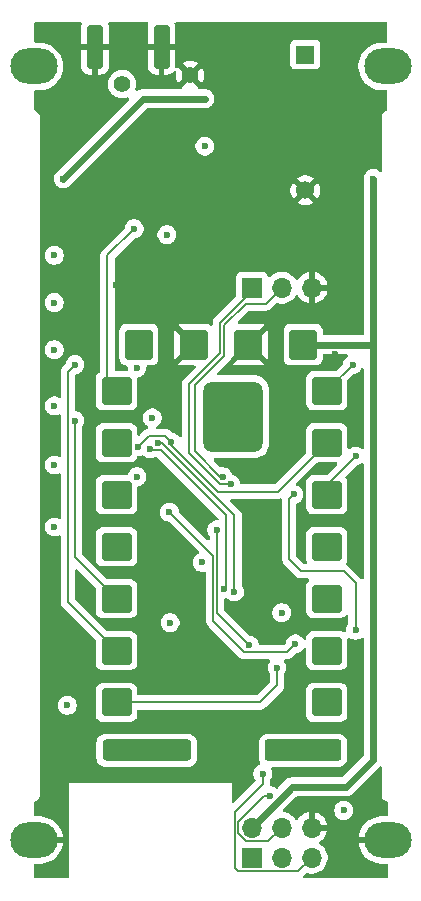
<source format=gbr>
%TF.GenerationSoftware,KiCad,Pcbnew,9.0.0*%
%TF.CreationDate,2025-06-23T21:15:42-05:00*%
%TF.ProjectId,ptSolar,7074536f-6c61-4722-9e6b-696361645f70,rev?*%
%TF.SameCoordinates,Original*%
%TF.FileFunction,Copper,L4,Bot*%
%TF.FilePolarity,Positive*%
%FSLAX46Y46*%
G04 Gerber Fmt 4.6, Leading zero omitted, Abs format (unit mm)*
G04 Created by KiCad (PCBNEW 9.0.0) date 2025-06-23 21:15:42*
%MOMM*%
%LPD*%
G01*
G04 APERTURE LIST*
G04 Aperture macros list*
%AMRoundRect*
0 Rectangle with rounded corners*
0 $1 Rounding radius*
0 $2 $3 $4 $5 $6 $7 $8 $9 X,Y pos of 4 corners*
0 Add a 4 corners polygon primitive as box body*
4,1,4,$2,$3,$4,$5,$6,$7,$8,$9,$2,$3,0*
0 Add four circle primitives for the rounded corners*
1,1,$1+$1,$2,$3*
1,1,$1+$1,$4,$5*
1,1,$1+$1,$6,$7*
1,1,$1+$1,$8,$9*
0 Add four rect primitives between the rounded corners*
20,1,$1+$1,$2,$3,$4,$5,0*
20,1,$1+$1,$4,$5,$6,$7,0*
20,1,$1+$1,$6,$7,$8,$9,0*
20,1,$1+$1,$8,$9,$2,$3,0*%
G04 Aperture macros list end*
%TA.AperFunction,ComponentPad*%
%ADD10O,4.000000X3.000000*%
%TD*%
%TA.AperFunction,ComponentPad*%
%ADD11C,1.400000*%
%TD*%
%TA.AperFunction,SMDPad,CuDef*%
%ADD12RoundRect,0.250000X0.425000X1.600000X-0.425000X1.600000X-0.425000X-1.600000X0.425000X-1.600000X0*%
%TD*%
%TA.AperFunction,ComponentPad*%
%ADD13R,1.700000X1.700000*%
%TD*%
%TA.AperFunction,ComponentPad*%
%ADD14O,1.700000X1.700000*%
%TD*%
%TA.AperFunction,ComponentPad*%
%ADD15R,1.524000X1.524000*%
%TD*%
%TA.AperFunction,ComponentPad*%
%ADD16C,1.524000*%
%TD*%
%TA.AperFunction,SMDPad,CuDef*%
%ADD17RoundRect,0.115000X-1.135000X-1.035000X1.135000X-1.035000X1.135000X1.035000X-1.135000X1.035000X0*%
%TD*%
%TA.AperFunction,SMDPad,CuDef*%
%ADD18RoundRect,0.115000X-1.035000X-1.135000X1.035000X-1.135000X1.035000X1.135000X-1.035000X1.135000X0*%
%TD*%
%TA.AperFunction,SMDPad,CuDef*%
%ADD19RoundRect,0.270000X-3.480000X-0.630000X3.480000X-0.630000X3.480000X0.630000X-3.480000X0.630000X0*%
%TD*%
%TA.AperFunction,SMDPad,CuDef*%
%ADD20RoundRect,0.270000X-2.980000X-0.630000X2.980000X-0.630000X2.980000X0.630000X-2.980000X0.630000X0*%
%TD*%
%TA.AperFunction,SMDPad,CuDef*%
%ADD21RoundRect,0.750000X-1.750000X-2.250000X1.750000X-2.250000X1.750000X2.250000X-1.750000X2.250000X0*%
%TD*%
%TA.AperFunction,ViaPad*%
%ADD22C,0.600000*%
%TD*%
%TA.AperFunction,Conductor*%
%ADD23C,0.600000*%
%TD*%
%TA.AperFunction,Conductor*%
%ADD24C,0.200000*%
%TD*%
G04 APERTURE END LIST*
D10*
%TO.P,PV1,1,V+*%
%TO.N,Net-(D1-A)*%
X137250000Y-72000000D03*
%TO.P,PV1,2,V-*%
%TO.N,GND*%
X137250000Y-137500000D03*
%TD*%
D11*
%TO.P,ANT2b1,1,Pin_1*%
%TO.N,GND*%
X150500000Y-72750000D03*
%TD*%
D10*
%TO.P,PV2,1,V+*%
%TO.N,Net-(D2-A)*%
X167250000Y-72000000D03*
%TO.P,PV2,2,V-*%
%TO.N,GND*%
X167250000Y-137500000D03*
%TD*%
D11*
%TO.P,ANT2a1,1,Pin_1*%
%TO.N,Net-(ANT2-In)*%
X144750000Y-73500000D03*
%TD*%
D12*
%TO.P,ANT2,2,Ext*%
%TO.N,GND*%
X142425000Y-70350000D03*
X148075000Y-70350000D03*
%TD*%
D13*
%TO.P,J1,1,Pin_1*%
%TO.N,MISO*%
X155700000Y-139000000D03*
D14*
%TO.P,J1,2,Pin_2*%
%TO.N,+BATT*%
X155700000Y-136460000D03*
%TO.P,J1,3,Pin_3*%
%TO.N,SCK*%
X158240000Y-139000000D03*
%TO.P,J1,4,Pin_4*%
%TO.N,MOSI*%
X158240000Y-136460000D03*
%TO.P,J1,5,Pin_5*%
%TO.N,RESET*%
X160780000Y-139000000D03*
%TO.P,J1,6,Pin_6*%
%TO.N,GND*%
X160780000Y-136460000D03*
%TD*%
D13*
%TO.P,J2,1,Pin_1*%
%TO.N,Net-(J2-Pin_1)*%
X155720000Y-90740000D03*
D14*
%TO.P,J2,2,Pin_2*%
%TO.N,Net-(J2-Pin_2)*%
X158260000Y-90740000D03*
%TO.P,J2,3,Pin_3*%
%TO.N,GND*%
X160800000Y-90740000D03*
%TD*%
D15*
%TO.P,C1,1*%
%TO.N,Net-(D1-K)*%
X160250000Y-71000000D03*
D16*
%TO.P,C1,2*%
%TO.N,GND*%
X160250000Y-82500000D03*
%TD*%
D17*
%TO.P,U3,1,Squelch*%
%TO.N,unconnected-(U3-Squelch-Pad1)*%
X162065000Y-125860000D03*
%TO.P,U3,2,NC*%
%TO.N,unconnected-(U3-NC-Pad2)*%
X162065000Y-121460000D03*
%TO.P,U3,3,AF-OUT*%
%TO.N,unconnected-(U3-AF-OUT-Pad3)*%
X162065000Y-117060000D03*
%TO.P,U3,4,NC*%
%TO.N,unconnected-(U3-NC-Pad4)*%
X162065000Y-112660000D03*
%TO.P,U3,5,PTT*%
%TO.N,Net-(Q4-C)*%
X162065000Y-108260000D03*
%TO.P,U3,6,POWER_SAVE*%
%TO.N,Net-(Q1-D)*%
X162065000Y-103860000D03*
%TO.P,U3,7,HIGH/LOW*%
%TO.N,Net-(U3-HIGH{slash}LOW)*%
X162065000Y-99460000D03*
D18*
%TO.P,U3,8,VBAT*%
%TO.N,+BATT*%
X160065000Y-95560000D03*
%TO.P,U3,9,GND*%
%TO.N,GND*%
X155431666Y-95560000D03*
%TO.P,U3,10,GND*%
X150798333Y-95560000D03*
%TO.P,U3,11,NC*%
%TO.N,unconnected-(U3-NC-Pad11)*%
X146165000Y-95560000D03*
D17*
%TO.P,U3,12,ANTENNA*%
%TO.N,Net-(U3-ANTENNA)*%
X144265000Y-99460000D03*
%TO.P,U3,13,NC*%
%TO.N,unconnected-(U3-NC-Pad13)*%
X144265000Y-103860000D03*
%TO.P,U3,14,NC*%
%TO.N,unconnected-(U3-NC-Pad14)*%
X144265000Y-108260000D03*
%TO.P,U3,15,NC*%
%TO.N,unconnected-(U3-NC-Pad15)*%
X144265000Y-112660000D03*
%TO.P,U3,16,RX_DATA*%
%TO.N,Net-(Q2-D)*%
X144265000Y-117060000D03*
%TO.P,U3,17,TX_DATA*%
%TO.N,Net-(Q3-D)*%
X144265000Y-121460000D03*
%TO.P,U3,18,MIC-IN*%
%TO.N,Net-(U3-MIC-IN)*%
X144265000Y-125860000D03*
D19*
%TO.P,U3,19*%
%TO.N,N/C*%
X146815000Y-129910000D03*
D20*
%TO.P,U3,20*%
X160065000Y-129910000D03*
D21*
%TO.P,U3,21*%
X154165000Y-101660000D03*
%TD*%
D22*
%TO.N,+BATT*%
X139000000Y-105750000D03*
X139000000Y-96000000D03*
X151750000Y-78750000D03*
X166000000Y-81500000D03*
X139000000Y-100750000D03*
X166000000Y-108500000D03*
X139000000Y-111000000D03*
X139000000Y-92000000D03*
X139000000Y-88000000D03*
%TO.N,GND*%
X151000000Y-85000000D03*
X151000000Y-81500000D03*
X142500000Y-85500000D03*
X165250000Y-69000000D03*
X161300000Y-119300000D03*
X147000000Y-118900000D03*
X152900000Y-132300000D03*
X140750000Y-94000000D03*
X139750000Y-69000000D03*
X165750000Y-77000000D03*
X144250000Y-90500000D03*
X151250000Y-92500000D03*
X157600000Y-103300000D03*
X151750000Y-69000000D03*
X151250000Y-89750000D03*
X160000000Y-109500000D03*
X157750000Y-109500000D03*
X162750000Y-96360000D03*
X155250000Y-113250000D03*
X150500000Y-114500000D03*
X164500000Y-93250000D03*
X151000000Y-76750000D03*
X158000000Y-132100000D03*
X138700000Y-119400000D03*
X150500000Y-112750000D03*
X139000000Y-113750000D03*
X153000000Y-123250000D03*
X159400000Y-123800000D03*
%TO.N,MOSI*%
X157250000Y-133750000D03*
%TO.N,RESET*%
X156650000Y-131900000D03*
X152750000Y-111250000D03*
X155500000Y-121000000D03*
%TO.N,+3.3V*%
X140100000Y-126100000D03*
X148800000Y-119100000D03*
X163500000Y-135000000D03*
X151500000Y-114000000D03*
X158250000Y-118250000D03*
X148531250Y-86250000D03*
X146000000Y-106750000D03*
X146000000Y-97500000D03*
X147300000Y-101768750D03*
%TO.N,Net-(D1-K)*%
X139750000Y-81500000D03*
X151750000Y-74750000D03*
%TO.N,Net-(J2-Pin_2)*%
X153250000Y-106750000D03*
%TO.N,Net-(Q1-D)*%
X148912766Y-103814237D03*
X146100000Y-104200000D03*
%TO.N,Net-(Q3-D)*%
X140750000Y-97250000D03*
%TO.N,XMIT-TX*%
X147100000Y-104400000D03*
X153350000Y-116250000D03*
%TO.N,Net-(U3-MIC-IN)*%
X157850000Y-122900000D03*
%TO.N,Net-(U3-ANTENNA)*%
X145750000Y-85750000D03*
%TO.N,Net-(J2-Pin_1)*%
X153925735Y-107400000D03*
%TO.N,Net-(Q2-D)*%
X140750000Y-102000000D03*
%TO.N,XMIT-RX*%
X154250000Y-116500000D03*
X147800000Y-103900000D03*
%TO.N,Net-(Q4-C)*%
X164500000Y-105000000D03*
%TO.N,Net-(U3-HIGH{slash}LOW)*%
X164250000Y-97250000D03*
%TO.N,Net-(C15-Pad2)*%
X159250000Y-108250000D03*
X164500000Y-119750000D03*
%TO.N,XMIT-TX-AUDIO*%
X148750000Y-109750000D03*
X159400000Y-120900000D03*
%TD*%
D23*
%TO.N,+BATT*%
X166000000Y-95500000D02*
X166000000Y-90774999D01*
X166000000Y-130700000D02*
X163700000Y-133000000D01*
X163700000Y-133000000D02*
X159160000Y-133000000D01*
X166000000Y-90774999D02*
X166000000Y-81500000D01*
X160065000Y-95560000D02*
X165940000Y-95560000D01*
X159160000Y-133000000D02*
X155700000Y-136460000D01*
X165940000Y-95560000D02*
X166000000Y-95500000D01*
X166000000Y-108500000D02*
X166000000Y-130700000D01*
X166000000Y-108500000D02*
X166000000Y-90774999D01*
D24*
%TO.N,MOSI*%
X154550000Y-135983654D02*
X154550000Y-136936346D01*
X157250000Y-133750000D02*
X156783654Y-133750000D01*
X154550000Y-136936346D02*
X155223654Y-137610000D01*
X155223654Y-137610000D02*
X157090000Y-137610000D01*
X157090000Y-137610000D02*
X158240000Y-136460000D01*
X156783654Y-133750000D02*
X154550000Y-135983654D01*
%TO.N,RESET*%
X154550000Y-140150000D02*
X159630000Y-140150000D01*
X152750000Y-118250000D02*
X152750000Y-111250000D01*
X154260000Y-135140000D02*
X154260000Y-139860000D01*
X159630000Y-140150000D02*
X160780000Y-139000000D01*
X155500000Y-121000000D02*
X152750000Y-118250000D01*
X156650000Y-131900000D02*
X156650000Y-132750000D01*
X154260000Y-139860000D02*
X154550000Y-140150000D01*
X156650000Y-132750000D02*
X154260000Y-135140000D01*
D23*
%TO.N,Net-(D1-K)*%
X139750000Y-81500000D02*
X146500000Y-74750000D01*
X146500000Y-74750000D02*
X151750000Y-74750000D01*
D24*
%TO.N,Net-(J2-Pin_2)*%
X153400000Y-96500000D02*
X153400000Y-93900000D01*
X153250000Y-106750000D02*
X153050000Y-106750000D01*
X153400000Y-93900000D02*
X155200000Y-92100000D01*
X150900000Y-104600000D02*
X150900000Y-99000000D01*
X155200000Y-92100000D02*
X156880000Y-92100000D01*
X153050000Y-106750000D02*
X150900000Y-104600000D01*
X156880000Y-92100000D02*
X158240000Y-90740000D01*
X150900000Y-99000000D02*
X153400000Y-96500000D01*
%TO.N,Net-(Q1-D)*%
X147000000Y-103300000D02*
X148398529Y-103300000D01*
X152839878Y-108000000D02*
X157925000Y-108000000D01*
X148398529Y-103300000D02*
X148912766Y-103814237D01*
X146100000Y-104200000D02*
X147000000Y-103300000D01*
X148912766Y-104072888D02*
X152839878Y-108000000D01*
X148912766Y-103814237D02*
X148912766Y-104072888D01*
X157925000Y-108000000D02*
X162065000Y-103860000D01*
%TO.N,Net-(Q3-D)*%
X140150000Y-117345000D02*
X144265000Y-121460000D01*
X140750000Y-97250000D02*
X140150000Y-97850000D01*
X140150000Y-97850000D02*
X140150000Y-117345000D01*
%TO.N,XMIT-TX*%
X153500000Y-116100000D02*
X153350000Y-116250000D01*
X147200000Y-104500000D02*
X148000000Y-104500000D01*
X153500000Y-110000000D02*
X153500000Y-116100000D01*
X148000000Y-104500000D02*
X153500000Y-110000000D01*
X147100000Y-104400000D02*
X147200000Y-104500000D01*
%TO.N,Net-(U3-MIC-IN)*%
X157850000Y-122900000D02*
X157850000Y-124400000D01*
X156390000Y-125860000D02*
X144265000Y-125860000D01*
X157850000Y-124400000D02*
X156390000Y-125860000D01*
%TO.N,Net-(U3-ANTENNA)*%
X144265000Y-99460000D02*
X143500000Y-98695000D01*
X143500000Y-88000000D02*
X145750000Y-85750000D01*
X143500000Y-98695000D02*
X143500000Y-88000000D01*
%TO.N,Net-(J2-Pin_1)*%
X150400000Y-104775000D02*
X150400000Y-98900000D01*
X153000000Y-93700000D02*
X155700000Y-91000000D01*
X153000000Y-96300000D02*
X153000000Y-93700000D01*
X153025000Y-107400000D02*
X150400000Y-104775000D01*
X150400000Y-98900000D02*
X153000000Y-96300000D01*
X153925735Y-107400000D02*
X153025000Y-107400000D01*
X155700000Y-91000000D02*
X155700000Y-90740000D01*
%TO.N,Net-(Q2-D)*%
X140750000Y-113545000D02*
X144265000Y-117060000D01*
X140750000Y-102000000D02*
X140750000Y-113545000D01*
%TO.N,XMIT-RX*%
X147800000Y-103900000D02*
X148150000Y-103900000D01*
X154250000Y-110000000D02*
X154250000Y-116500000D01*
X148150000Y-103900000D02*
X154250000Y-110000000D01*
%TO.N,Net-(Q4-C)*%
X162065000Y-107435000D02*
X162065000Y-108260000D01*
X164500000Y-105000000D02*
X162065000Y-107435000D01*
%TO.N,Net-(U3-HIGH{slash}LOW)*%
X164250000Y-97250000D02*
X162065000Y-99435000D01*
X162065000Y-99435000D02*
X162065000Y-99460000D01*
%TO.N,Net-(C15-Pad2)*%
X163500000Y-114750000D02*
X159895502Y-114750000D01*
X158899000Y-113753498D02*
X158899000Y-108601000D01*
X159895502Y-114750000D02*
X158899000Y-113753498D01*
X164500000Y-119750000D02*
X164500000Y-115750000D01*
X158899000Y-108601000D02*
X159250000Y-108250000D01*
X164500000Y-115750000D02*
X163500000Y-114750000D01*
%TO.N,XMIT-TX-AUDIO*%
X159400000Y-120900000D02*
X158700000Y-121600000D01*
X158700000Y-121600000D02*
X155100000Y-121600000D01*
X152460000Y-118960000D02*
X152460000Y-113460000D01*
X155100000Y-121600000D02*
X152460000Y-118960000D01*
X152460000Y-113460000D02*
X148750000Y-109750000D01*
%TD*%
%TA.AperFunction,Conductor*%
%TO.N,GND*%
G36*
X141272152Y-68270185D02*
G01*
X141317907Y-68322989D01*
X141327851Y-68392147D01*
X141317496Y-68426904D01*
X141315641Y-68430881D01*
X141260494Y-68597302D01*
X141260493Y-68597309D01*
X141250000Y-68700013D01*
X141250000Y-70100000D01*
X143599999Y-70100000D01*
X143599999Y-68700028D01*
X143599998Y-68700013D01*
X143589505Y-68597302D01*
X143534358Y-68430881D01*
X143532504Y-68426904D01*
X143522013Y-68357826D01*
X143550533Y-68294043D01*
X143609010Y-68255804D01*
X143644887Y-68250500D01*
X146855113Y-68250500D01*
X146922152Y-68270185D01*
X146967907Y-68322989D01*
X146977851Y-68392147D01*
X146967496Y-68426904D01*
X146965641Y-68430881D01*
X146910494Y-68597302D01*
X146910493Y-68597309D01*
X146900000Y-68700013D01*
X146900000Y-70100000D01*
X149249999Y-70100000D01*
X149249999Y-68700028D01*
X149249998Y-68700013D01*
X149239505Y-68597302D01*
X149184358Y-68430881D01*
X149182504Y-68426904D01*
X149172013Y-68357826D01*
X149200533Y-68294043D01*
X149259010Y-68255804D01*
X149294887Y-68250500D01*
X167076391Y-68250500D01*
X167143430Y-68270185D01*
X167189185Y-68322989D01*
X167200391Y-68374415D01*
X167200543Y-68597302D01*
X167201358Y-69794206D01*
X167201414Y-69875415D01*
X167181775Y-69942468D01*
X167129002Y-69988259D01*
X167077414Y-69999500D01*
X166618872Y-69999500D01*
X166387772Y-70029926D01*
X166358884Y-70033730D01*
X166111560Y-70100000D01*
X166105581Y-70101602D01*
X166105571Y-70101605D01*
X165863309Y-70201953D01*
X165863299Y-70201958D01*
X165636196Y-70333075D01*
X165428148Y-70492718D01*
X165242718Y-70678148D01*
X165083075Y-70886196D01*
X164951958Y-71113299D01*
X164951953Y-71113309D01*
X164851605Y-71355571D01*
X164851602Y-71355581D01*
X164783730Y-71608885D01*
X164749500Y-71868872D01*
X164749500Y-72131127D01*
X164766797Y-72262500D01*
X164783730Y-72391116D01*
X164838523Y-72595606D01*
X164851602Y-72644418D01*
X164851605Y-72644428D01*
X164951953Y-72886690D01*
X164951958Y-72886700D01*
X165083075Y-73113803D01*
X165242718Y-73321851D01*
X165242726Y-73321860D01*
X165428140Y-73507274D01*
X165428148Y-73507281D01*
X165636196Y-73666924D01*
X165863299Y-73798041D01*
X165863309Y-73798046D01*
X166053948Y-73877011D01*
X166105581Y-73898398D01*
X166358884Y-73966270D01*
X166618880Y-74000500D01*
X166618887Y-74000500D01*
X167080308Y-74000500D01*
X167147347Y-74020185D01*
X167193102Y-74072989D01*
X167204308Y-74124416D01*
X167205346Y-75648576D01*
X167185707Y-75715628D01*
X167132934Y-75761419D01*
X167113441Y-75768434D01*
X167056815Y-75783607D01*
X167056814Y-75783607D01*
X166942686Y-75849500D01*
X166942683Y-75849502D01*
X166849502Y-75942683D01*
X166849500Y-75942686D01*
X166783608Y-76056812D01*
X166749500Y-76184108D01*
X166749500Y-80818059D01*
X166729815Y-80885098D01*
X166677011Y-80930853D01*
X166607853Y-80940797D01*
X166544297Y-80911772D01*
X166537819Y-80905740D01*
X166510292Y-80878213D01*
X166510288Y-80878210D01*
X166379185Y-80790609D01*
X166379172Y-80790602D01*
X166233501Y-80730264D01*
X166233489Y-80730261D01*
X166078845Y-80699500D01*
X166078842Y-80699500D01*
X165921158Y-80699500D01*
X165921155Y-80699500D01*
X165766510Y-80730261D01*
X165766498Y-80730264D01*
X165620827Y-80790602D01*
X165620814Y-80790609D01*
X165489711Y-80878210D01*
X165489707Y-80878213D01*
X165378213Y-80989707D01*
X165378210Y-80989711D01*
X165290609Y-81120814D01*
X165290602Y-81120827D01*
X165230264Y-81266498D01*
X165230261Y-81266510D01*
X165199500Y-81421153D01*
X165199500Y-94635500D01*
X165179815Y-94702539D01*
X165127011Y-94748294D01*
X165075500Y-94759500D01*
X161839499Y-94759500D01*
X161772460Y-94739815D01*
X161726705Y-94687011D01*
X161715499Y-94635500D01*
X161715499Y-94362853D01*
X161715498Y-94362828D01*
X161715225Y-94359370D01*
X161712754Y-94327949D01*
X161669368Y-94178613D01*
X161590206Y-94044757D01*
X161590204Y-94044755D01*
X161590201Y-94044751D01*
X161480248Y-93934798D01*
X161480240Y-93934792D01*
X161346387Y-93855632D01*
X161346382Y-93855630D01*
X161197055Y-93812246D01*
X161197049Y-93812245D01*
X161162159Y-93809500D01*
X158967853Y-93809500D01*
X158967828Y-93809501D01*
X158932948Y-93812246D01*
X158783617Y-93855630D01*
X158783612Y-93855632D01*
X158649759Y-93934792D01*
X158649751Y-93934798D01*
X158539798Y-94044751D01*
X158539792Y-94044759D01*
X158460632Y-94178612D01*
X158460630Y-94178617D01*
X158417246Y-94327944D01*
X158417245Y-94327950D01*
X158414500Y-94362833D01*
X158414500Y-96757146D01*
X158414501Y-96757171D01*
X158417246Y-96792051D01*
X158460630Y-96941382D01*
X158460632Y-96941387D01*
X158539792Y-97075240D01*
X158539798Y-97075248D01*
X158649751Y-97185201D01*
X158649755Y-97185204D01*
X158649757Y-97185206D01*
X158783613Y-97264368D01*
X158822994Y-97275809D01*
X158932944Y-97307753D01*
X158932947Y-97307753D01*
X158932949Y-97307754D01*
X158967841Y-97310500D01*
X161162158Y-97310499D01*
X161197051Y-97307754D01*
X161346387Y-97264368D01*
X161480243Y-97185206D01*
X161590206Y-97075243D01*
X161669368Y-96941387D01*
X161712754Y-96792051D01*
X161715500Y-96757159D01*
X161715500Y-96484500D01*
X161735185Y-96417461D01*
X161787989Y-96371706D01*
X161839500Y-96360500D01*
X163731595Y-96360500D01*
X163798634Y-96380185D01*
X163844389Y-96432989D01*
X163854333Y-96502147D01*
X163825308Y-96565703D01*
X163800486Y-96587602D01*
X163739711Y-96628210D01*
X163739707Y-96628213D01*
X163628213Y-96739707D01*
X163628210Y-96739711D01*
X163540609Y-96870814D01*
X163540602Y-96870827D01*
X163480264Y-97016498D01*
X163480261Y-97016508D01*
X163449362Y-97171848D01*
X163416977Y-97233759D01*
X163415426Y-97235337D01*
X162877582Y-97773181D01*
X162816259Y-97806666D01*
X162789901Y-97809500D01*
X160867853Y-97809500D01*
X160867828Y-97809501D01*
X160832948Y-97812246D01*
X160683617Y-97855630D01*
X160683612Y-97855632D01*
X160549759Y-97934792D01*
X160549751Y-97934798D01*
X160439798Y-98044751D01*
X160439792Y-98044759D01*
X160360632Y-98178612D01*
X160360630Y-98178617D01*
X160317246Y-98327944D01*
X160317245Y-98327950D01*
X160314500Y-98362833D01*
X160314500Y-100557146D01*
X160314501Y-100557171D01*
X160317246Y-100592051D01*
X160360630Y-100741382D01*
X160360632Y-100741387D01*
X160439792Y-100875240D01*
X160439798Y-100875248D01*
X160549751Y-100985201D01*
X160549755Y-100985204D01*
X160549757Y-100985206D01*
X160683613Y-101064368D01*
X160722994Y-101075809D01*
X160832944Y-101107753D01*
X160832947Y-101107753D01*
X160832949Y-101107754D01*
X160867841Y-101110500D01*
X163262158Y-101110499D01*
X163297051Y-101107754D01*
X163446387Y-101064368D01*
X163580243Y-100985206D01*
X163690206Y-100875243D01*
X163769368Y-100741387D01*
X163812754Y-100592051D01*
X163815500Y-100557159D01*
X163815499Y-98585097D01*
X163835184Y-98518059D01*
X163851818Y-98497417D01*
X164055988Y-98293247D01*
X164264665Y-98084570D01*
X164325984Y-98051088D01*
X164328151Y-98050637D01*
X164328840Y-98050500D01*
X164328842Y-98050500D01*
X164483497Y-98019737D01*
X164629179Y-97959394D01*
X164760289Y-97871789D01*
X164871789Y-97760289D01*
X164959394Y-97629179D01*
X164960938Y-97625450D01*
X165004778Y-97571047D01*
X165071072Y-97548981D01*
X165138771Y-97566259D01*
X165186383Y-97617395D01*
X165199500Y-97672902D01*
X165199500Y-104272649D01*
X165179815Y-104339688D01*
X165127011Y-104385443D01*
X165057853Y-104395387D01*
X165006609Y-104375751D01*
X164879185Y-104290609D01*
X164879172Y-104290602D01*
X164733501Y-104230264D01*
X164733489Y-104230261D01*
X164578845Y-104199500D01*
X164578842Y-104199500D01*
X164421158Y-104199500D01*
X164421155Y-104199500D01*
X164266510Y-104230261D01*
X164266498Y-104230264D01*
X164120827Y-104290602D01*
X164120814Y-104290609D01*
X164008390Y-104365729D01*
X163941712Y-104386607D01*
X163874332Y-104368122D01*
X163827642Y-104316143D01*
X163815499Y-104262627D01*
X163815499Y-102762842D01*
X163815498Y-102762828D01*
X163813735Y-102740422D01*
X163812754Y-102727949D01*
X163769368Y-102578613D01*
X163690206Y-102444757D01*
X163690204Y-102444755D01*
X163690201Y-102444751D01*
X163580248Y-102334798D01*
X163580240Y-102334792D01*
X163446387Y-102255632D01*
X163446382Y-102255630D01*
X163297055Y-102212246D01*
X163297049Y-102212245D01*
X163262159Y-102209500D01*
X160867853Y-102209500D01*
X160867828Y-102209501D01*
X160832948Y-102212246D01*
X160683617Y-102255630D01*
X160683612Y-102255632D01*
X160549759Y-102334792D01*
X160549751Y-102334798D01*
X160439798Y-102444751D01*
X160439792Y-102444759D01*
X160360632Y-102578612D01*
X160360630Y-102578617D01*
X160317246Y-102727944D01*
X160317245Y-102727950D01*
X160314500Y-102762833D01*
X160314500Y-104709902D01*
X160294815Y-104776941D01*
X160278181Y-104797583D01*
X157712584Y-107363181D01*
X157651261Y-107396666D01*
X157624903Y-107399500D01*
X154843583Y-107399500D01*
X154776544Y-107379815D01*
X154730789Y-107327011D01*
X154721966Y-107299692D01*
X154695473Y-107166508D01*
X154695472Y-107166507D01*
X154695472Y-107166503D01*
X154693950Y-107162828D01*
X154635132Y-107020827D01*
X154635125Y-107020814D01*
X154547524Y-106889711D01*
X154547521Y-106889707D01*
X154436027Y-106778213D01*
X154436023Y-106778210D01*
X154304920Y-106690609D01*
X154304907Y-106690602D01*
X154159236Y-106630264D01*
X154159226Y-106630261D01*
X154118811Y-106622222D01*
X154056900Y-106589836D01*
X154022326Y-106529120D01*
X154021397Y-106524849D01*
X154019737Y-106516503D01*
X153959794Y-106371786D01*
X153959397Y-106370827D01*
X153959390Y-106370814D01*
X153871789Y-106239711D01*
X153871786Y-106239707D01*
X153760292Y-106128213D01*
X153760288Y-106128210D01*
X153629185Y-106040609D01*
X153629172Y-106040602D01*
X153483501Y-105980264D01*
X153483489Y-105980261D01*
X153328845Y-105949500D01*
X153328842Y-105949500D01*
X153171158Y-105949500D01*
X153165096Y-105950097D01*
X153164851Y-105947611D01*
X153106156Y-105942355D01*
X153063884Y-105914649D01*
X152521415Y-105372180D01*
X152487930Y-105310857D01*
X152492914Y-105241165D01*
X152534786Y-105185232D01*
X152600250Y-105160815D01*
X152609069Y-105160499D01*
X155979216Y-105160499D01*
X156111412Y-105150096D01*
X156329683Y-105095096D01*
X156534626Y-105002007D01*
X156719654Y-104873819D01*
X156878819Y-104714654D01*
X157007007Y-104529626D01*
X157100096Y-104324683D01*
X157155096Y-104106412D01*
X157165500Y-103974217D01*
X157165499Y-99345784D01*
X157155096Y-99213588D01*
X157100096Y-98995317D01*
X157007007Y-98790374D01*
X156878819Y-98605346D01*
X156719654Y-98446181D01*
X156719650Y-98446178D01*
X156719645Y-98446174D01*
X156534632Y-98317997D01*
X156534630Y-98317995D01*
X156534626Y-98317993D01*
X156499570Y-98302070D01*
X156329681Y-98224903D01*
X156329678Y-98224902D01*
X156111420Y-98169905D01*
X156111413Y-98169904D01*
X155979222Y-98159500D01*
X155979217Y-98159500D01*
X152889096Y-98159500D01*
X152822057Y-98139815D01*
X152776302Y-98087011D01*
X152766358Y-98017853D01*
X152795383Y-97954297D01*
X152801415Y-97947819D01*
X153200253Y-97548981D01*
X153511034Y-97238200D01*
X154107015Y-97238200D01*
X154150480Y-97263905D01*
X154150483Y-97263906D01*
X154299689Y-97307255D01*
X154299695Y-97307256D01*
X154334559Y-97309999D01*
X156528761Y-97309999D01*
X156528783Y-97309998D01*
X156563634Y-97307256D01*
X156712854Y-97263904D01*
X156756315Y-97238200D01*
X155431666Y-95913552D01*
X154107015Y-97238200D01*
X153511034Y-97238200D01*
X153758506Y-96990728D01*
X153758511Y-96990724D01*
X153768714Y-96980520D01*
X153768716Y-96980520D01*
X153880520Y-96868716D01*
X153937813Y-96769481D01*
X153959577Y-96731785D01*
X153972600Y-96683179D01*
X153975757Y-96675595D01*
X153988644Y-96659655D01*
X154002561Y-96635551D01*
X155078115Y-95559999D01*
X155785218Y-95559999D01*
X155785218Y-95560000D01*
X157065023Y-96839805D01*
X157078922Y-96791971D01*
X157081665Y-96757113D01*
X157081665Y-94362904D01*
X157081664Y-94362882D01*
X157078921Y-94328027D01*
X157065024Y-94280193D01*
X157065023Y-94280193D01*
X155785218Y-95559999D01*
X155078115Y-95559999D01*
X155217157Y-95420957D01*
X155254890Y-95383224D01*
X156756315Y-93881798D01*
X156756314Y-93881797D01*
X156712857Y-93856097D01*
X156712848Y-93856093D01*
X156563642Y-93812744D01*
X156563636Y-93812743D01*
X156528779Y-93810000D01*
X154638596Y-93810000D01*
X154571557Y-93790315D01*
X154525802Y-93737511D01*
X154515858Y-93668353D01*
X154544883Y-93604797D01*
X154550901Y-93598333D01*
X155412416Y-92736819D01*
X155473739Y-92703334D01*
X155500097Y-92700500D01*
X156793331Y-92700500D01*
X156793347Y-92700501D01*
X156800943Y-92700501D01*
X156959054Y-92700501D01*
X156959057Y-92700501D01*
X157111785Y-92659577D01*
X157177235Y-92621789D01*
X157248716Y-92580520D01*
X157360520Y-92468716D01*
X157360520Y-92468714D01*
X157370724Y-92458511D01*
X157370728Y-92458506D01*
X157760383Y-92068850D01*
X157821704Y-92035367D01*
X157886377Y-92038601D01*
X157943757Y-92057246D01*
X158153713Y-92090500D01*
X158153714Y-92090500D01*
X158366286Y-92090500D01*
X158366287Y-92090500D01*
X158576243Y-92057246D01*
X158778412Y-91991557D01*
X158967816Y-91895051D01*
X158989789Y-91879086D01*
X159139786Y-91770109D01*
X159139788Y-91770106D01*
X159139792Y-91770104D01*
X159290104Y-91619792D01*
X159290106Y-91619788D01*
X159290109Y-91619786D01*
X159364363Y-91517582D01*
X159415051Y-91447816D01*
X159419793Y-91438508D01*
X159467763Y-91387711D01*
X159535583Y-91370911D01*
X159601719Y-91393445D01*
X159640763Y-91438500D01*
X159645377Y-91447555D01*
X159770272Y-91619459D01*
X159770276Y-91619464D01*
X159920535Y-91769723D01*
X159920540Y-91769727D01*
X160092442Y-91894620D01*
X160281782Y-91991095D01*
X160483871Y-92056757D01*
X160550000Y-92067231D01*
X160550000Y-91173012D01*
X160607007Y-91205925D01*
X160734174Y-91240000D01*
X160865826Y-91240000D01*
X160992993Y-91205925D01*
X161050000Y-91173012D01*
X161050000Y-92067230D01*
X161116126Y-92056757D01*
X161116129Y-92056757D01*
X161318217Y-91991095D01*
X161507557Y-91894620D01*
X161679459Y-91769727D01*
X161679464Y-91769723D01*
X161829723Y-91619464D01*
X161829727Y-91619459D01*
X161954620Y-91447557D01*
X162051095Y-91258217D01*
X162116757Y-91056129D01*
X162116757Y-91056126D01*
X162127231Y-90990000D01*
X161233012Y-90990000D01*
X161265925Y-90932993D01*
X161300000Y-90805826D01*
X161300000Y-90674174D01*
X161265925Y-90547007D01*
X161233012Y-90490000D01*
X162127231Y-90490000D01*
X162116757Y-90423873D01*
X162116757Y-90423870D01*
X162051095Y-90221782D01*
X161954620Y-90032442D01*
X161829727Y-89860540D01*
X161829723Y-89860535D01*
X161679464Y-89710276D01*
X161679459Y-89710272D01*
X161507557Y-89585379D01*
X161318215Y-89488903D01*
X161116124Y-89423241D01*
X161050000Y-89412768D01*
X161050000Y-90306988D01*
X160992993Y-90274075D01*
X160865826Y-90240000D01*
X160734174Y-90240000D01*
X160607007Y-90274075D01*
X160550000Y-90306988D01*
X160550000Y-89412768D01*
X160549999Y-89412768D01*
X160483875Y-89423241D01*
X160281784Y-89488903D01*
X160092442Y-89585379D01*
X159920540Y-89710272D01*
X159920535Y-89710276D01*
X159770276Y-89860535D01*
X159770272Y-89860540D01*
X159645378Y-90032443D01*
X159640762Y-90041502D01*
X159592784Y-90092295D01*
X159524963Y-90109087D01*
X159458829Y-90086546D01*
X159419794Y-90041493D01*
X159415051Y-90032184D01*
X159415049Y-90032181D01*
X159415048Y-90032179D01*
X159290109Y-89860213D01*
X159139786Y-89709890D01*
X158967820Y-89584951D01*
X158778414Y-89488444D01*
X158778413Y-89488443D01*
X158778412Y-89488443D01*
X158576243Y-89422754D01*
X158576241Y-89422753D01*
X158576240Y-89422753D01*
X158414957Y-89397208D01*
X158366287Y-89389500D01*
X158153713Y-89389500D01*
X158105042Y-89397208D01*
X157943760Y-89422753D01*
X157741585Y-89488444D01*
X157552179Y-89584951D01*
X157380215Y-89709889D01*
X157266673Y-89823431D01*
X157205350Y-89856915D01*
X157135658Y-89851931D01*
X157079725Y-89810059D01*
X157062810Y-89779082D01*
X157013797Y-89647671D01*
X157013793Y-89647664D01*
X156927547Y-89532455D01*
X156927544Y-89532452D01*
X156812335Y-89446206D01*
X156812328Y-89446202D01*
X156677482Y-89395908D01*
X156677483Y-89395908D01*
X156617883Y-89389501D01*
X156617881Y-89389500D01*
X156617873Y-89389500D01*
X156617864Y-89389500D01*
X154822129Y-89389500D01*
X154822123Y-89389501D01*
X154762516Y-89395908D01*
X154627671Y-89446202D01*
X154627664Y-89446206D01*
X154512455Y-89532452D01*
X154512452Y-89532455D01*
X154426206Y-89647664D01*
X154426202Y-89647671D01*
X154375908Y-89782517D01*
X154369501Y-89842116D01*
X154369500Y-89842135D01*
X154369500Y-91429901D01*
X154349815Y-91496940D01*
X154333181Y-91517582D01*
X152631286Y-93219478D01*
X152519481Y-93331282D01*
X152519479Y-93331285D01*
X152469361Y-93418094D01*
X152469359Y-93418096D01*
X152440425Y-93468209D01*
X152440424Y-93468210D01*
X152440423Y-93468215D01*
X152399499Y-93620943D01*
X152399499Y-93620945D01*
X152399499Y-93789046D01*
X152399500Y-93789059D01*
X152399500Y-93827934D01*
X152379815Y-93894973D01*
X152327011Y-93940728D01*
X152257853Y-93950672D01*
X152212380Y-93934667D01*
X152079518Y-93856094D01*
X152079515Y-93856093D01*
X151930309Y-93812744D01*
X151930303Y-93812743D01*
X151895439Y-93810000D01*
X149701237Y-93810000D01*
X149701215Y-93810001D01*
X149666360Y-93812744D01*
X149517150Y-93856093D01*
X149517140Y-93856097D01*
X149473682Y-93881797D01*
X150887428Y-95295543D01*
X150920913Y-95356866D01*
X150915929Y-95426558D01*
X150887428Y-95470905D01*
X150798333Y-95560000D01*
X150887427Y-95649094D01*
X150920912Y-95710417D01*
X150915928Y-95780109D01*
X150887427Y-95824456D01*
X149473682Y-97238200D01*
X149517147Y-97263905D01*
X149517150Y-97263906D01*
X149666356Y-97307255D01*
X149666362Y-97307256D01*
X149701226Y-97309999D01*
X150841402Y-97309999D01*
X150908441Y-97329684D01*
X150954196Y-97382487D01*
X150964140Y-97451646D01*
X150935115Y-97515202D01*
X150929083Y-97521680D01*
X150031286Y-98419478D01*
X149919481Y-98531282D01*
X149919475Y-98531290D01*
X149876721Y-98605344D01*
X149876721Y-98605346D01*
X149840423Y-98668214D01*
X149840423Y-98668215D01*
X149799499Y-98820943D01*
X149799499Y-98820945D01*
X149799499Y-98989046D01*
X149799500Y-98989059D01*
X149799500Y-103291692D01*
X149779815Y-103358731D01*
X149727011Y-103404486D01*
X149657853Y-103414430D01*
X149594297Y-103385405D01*
X149572398Y-103360583D01*
X149534555Y-103303948D01*
X149534552Y-103303944D01*
X149423058Y-103192450D01*
X149423054Y-103192447D01*
X149291951Y-103104846D01*
X149291938Y-103104839D01*
X149146267Y-103044501D01*
X149146257Y-103044498D01*
X148990915Y-103013598D01*
X148974158Y-103004832D01*
X148955680Y-103000813D01*
X148930643Y-102982070D01*
X148929004Y-102981213D01*
X148927426Y-102979662D01*
X148886119Y-102938355D01*
X148886117Y-102938352D01*
X148767246Y-102819481D01*
X148767245Y-102819480D01*
X148669144Y-102762842D01*
X148669143Y-102762841D01*
X148630312Y-102740422D01*
X148574410Y-102725443D01*
X148477586Y-102699499D01*
X148319472Y-102699499D01*
X148311876Y-102699499D01*
X148311860Y-102699500D01*
X147756670Y-102699500D01*
X147689631Y-102679815D01*
X147643876Y-102627011D01*
X147633932Y-102557853D01*
X147662957Y-102494297D01*
X147687779Y-102472398D01*
X147729316Y-102444643D01*
X147810289Y-102390539D01*
X147921789Y-102279039D01*
X148009394Y-102147929D01*
X148069737Y-102002247D01*
X148100500Y-101847592D01*
X148100500Y-101689908D01*
X148100500Y-101689905D01*
X148100499Y-101689903D01*
X148086759Y-101620827D01*
X148069737Y-101535253D01*
X148050873Y-101489711D01*
X148009397Y-101389577D01*
X148009390Y-101389564D01*
X147921789Y-101258461D01*
X147921786Y-101258457D01*
X147810292Y-101146963D01*
X147810288Y-101146960D01*
X147679185Y-101059359D01*
X147679172Y-101059352D01*
X147533501Y-100999014D01*
X147533489Y-100999011D01*
X147378845Y-100968250D01*
X147378842Y-100968250D01*
X147221158Y-100968250D01*
X147221155Y-100968250D01*
X147066510Y-100999011D01*
X147066498Y-100999014D01*
X146920827Y-101059352D01*
X146920814Y-101059359D01*
X146789711Y-101146960D01*
X146789707Y-101146963D01*
X146678213Y-101258457D01*
X146678210Y-101258461D01*
X146590609Y-101389564D01*
X146590602Y-101389577D01*
X146530264Y-101535248D01*
X146530261Y-101535260D01*
X146499500Y-101689903D01*
X146499500Y-101847596D01*
X146530261Y-102002239D01*
X146530264Y-102002251D01*
X146590602Y-102147922D01*
X146590609Y-102147935D01*
X146678210Y-102279038D01*
X146678213Y-102279042D01*
X146789707Y-102390536D01*
X146789711Y-102390539D01*
X146925886Y-102481529D01*
X146925089Y-102482721D01*
X146969809Y-102526641D01*
X146985277Y-102594777D01*
X146961452Y-102660459D01*
X146905899Y-102702834D01*
X146893612Y-102706823D01*
X146768215Y-102740423D01*
X146729383Y-102762843D01*
X146729382Y-102762842D01*
X146631287Y-102819477D01*
X146631282Y-102819481D01*
X146227180Y-103223584D01*
X146165857Y-103257069D01*
X146096165Y-103252085D01*
X146040232Y-103210213D01*
X146015815Y-103144749D01*
X146015499Y-103135903D01*
X146015499Y-102762842D01*
X146015498Y-102762828D01*
X146013735Y-102740422D01*
X146012754Y-102727949D01*
X145969368Y-102578613D01*
X145890206Y-102444757D01*
X145890204Y-102444755D01*
X145890201Y-102444751D01*
X145780248Y-102334798D01*
X145780240Y-102334792D01*
X145646387Y-102255632D01*
X145646382Y-102255630D01*
X145497055Y-102212246D01*
X145497049Y-102212245D01*
X145462159Y-102209500D01*
X143067853Y-102209500D01*
X143067828Y-102209501D01*
X143032948Y-102212246D01*
X142883617Y-102255630D01*
X142883612Y-102255632D01*
X142749759Y-102334792D01*
X142749751Y-102334798D01*
X142639798Y-102444751D01*
X142639792Y-102444759D01*
X142560632Y-102578612D01*
X142560630Y-102578617D01*
X142517246Y-102727944D01*
X142517245Y-102727950D01*
X142514500Y-102762833D01*
X142514500Y-104957146D01*
X142514501Y-104957171D01*
X142517246Y-104992051D01*
X142560630Y-105141382D01*
X142560632Y-105141387D01*
X142639792Y-105275240D01*
X142639798Y-105275248D01*
X142749751Y-105385201D01*
X142749755Y-105385204D01*
X142749757Y-105385206D01*
X142883613Y-105464368D01*
X142922994Y-105475809D01*
X143032944Y-105507753D01*
X143032947Y-105507753D01*
X143032949Y-105507754D01*
X143067841Y-105510500D01*
X145462158Y-105510499D01*
X145497051Y-105507754D01*
X145646387Y-105464368D01*
X145780243Y-105385206D01*
X145890206Y-105275243D01*
X145969368Y-105141387D01*
X145984324Y-105089904D01*
X146021931Y-105031020D01*
X146085403Y-105001813D01*
X146103401Y-105000500D01*
X146178844Y-105000500D01*
X146178845Y-105000499D01*
X146333497Y-104969737D01*
X146401315Y-104941645D01*
X146470782Y-104934177D01*
X146533261Y-104965452D01*
X146536447Y-104968526D01*
X146589707Y-105021786D01*
X146589711Y-105021789D01*
X146720814Y-105109390D01*
X146720827Y-105109397D01*
X146844963Y-105160815D01*
X146866503Y-105169737D01*
X147021153Y-105200499D01*
X147021156Y-105200500D01*
X147021158Y-105200500D01*
X147178844Y-105200500D01*
X147178845Y-105200499D01*
X147333497Y-105169737D01*
X147433746Y-105128213D01*
X147477864Y-105109939D01*
X147486040Y-105108312D01*
X147490381Y-105105523D01*
X147525316Y-105100500D01*
X147699903Y-105100500D01*
X147766942Y-105120185D01*
X147787584Y-105136819D01*
X152863181Y-110212416D01*
X152896666Y-110273739D01*
X152899500Y-110300097D01*
X152899500Y-110325500D01*
X152879815Y-110392539D01*
X152827011Y-110438294D01*
X152775500Y-110449500D01*
X152671155Y-110449500D01*
X152516510Y-110480261D01*
X152516498Y-110480264D01*
X152370827Y-110540602D01*
X152370814Y-110540609D01*
X152239711Y-110628210D01*
X152239707Y-110628213D01*
X152128213Y-110739707D01*
X152128210Y-110739711D01*
X152040609Y-110870814D01*
X152040602Y-110870827D01*
X151980264Y-111016498D01*
X151980261Y-111016510D01*
X151949500Y-111171153D01*
X151949500Y-111328846D01*
X151980261Y-111483489D01*
X151980264Y-111483501D01*
X152040602Y-111629172D01*
X152040609Y-111629185D01*
X152128602Y-111760874D01*
X152134252Y-111778920D01*
X152144477Y-111794830D01*
X152148928Y-111825789D01*
X152149480Y-111827551D01*
X152149500Y-111829765D01*
X152149500Y-112000903D01*
X152129815Y-112067942D01*
X152077011Y-112113697D01*
X152007853Y-112123641D01*
X151944297Y-112094616D01*
X151937819Y-112088584D01*
X149584574Y-109735339D01*
X149551089Y-109674016D01*
X149550638Y-109671849D01*
X149519738Y-109516510D01*
X149519737Y-109516503D01*
X149519735Y-109516498D01*
X149459397Y-109370827D01*
X149459390Y-109370814D01*
X149371789Y-109239711D01*
X149371786Y-109239707D01*
X149260292Y-109128213D01*
X149260288Y-109128210D01*
X149129185Y-109040609D01*
X149129172Y-109040602D01*
X148983501Y-108980264D01*
X148983489Y-108980261D01*
X148828845Y-108949500D01*
X148828842Y-108949500D01*
X148671158Y-108949500D01*
X148671155Y-108949500D01*
X148516510Y-108980261D01*
X148516498Y-108980264D01*
X148370827Y-109040602D01*
X148370814Y-109040609D01*
X148239711Y-109128210D01*
X148239707Y-109128213D01*
X148128213Y-109239707D01*
X148128210Y-109239711D01*
X148040609Y-109370814D01*
X148040602Y-109370827D01*
X147980264Y-109516498D01*
X147980261Y-109516510D01*
X147949500Y-109671153D01*
X147949500Y-109828846D01*
X147980261Y-109983489D01*
X147980264Y-109983501D01*
X148040602Y-110129172D01*
X148040609Y-110129185D01*
X148128210Y-110260288D01*
X148128213Y-110260292D01*
X148239707Y-110371786D01*
X148239711Y-110371789D01*
X148370814Y-110459390D01*
X148370827Y-110459397D01*
X148444013Y-110489711D01*
X148516503Y-110519737D01*
X148581147Y-110532595D01*
X148671849Y-110550638D01*
X148733760Y-110583023D01*
X148735339Y-110584574D01*
X151216259Y-113065494D01*
X151249744Y-113126817D01*
X151244760Y-113196509D01*
X151202888Y-113252442D01*
X151176032Y-113267735D01*
X151120829Y-113290601D01*
X151120814Y-113290609D01*
X150989711Y-113378210D01*
X150989707Y-113378213D01*
X150878213Y-113489707D01*
X150878210Y-113489711D01*
X150790609Y-113620814D01*
X150790602Y-113620827D01*
X150730264Y-113766498D01*
X150730261Y-113766510D01*
X150699500Y-113921153D01*
X150699500Y-114078846D01*
X150730261Y-114233489D01*
X150730264Y-114233501D01*
X150790602Y-114379172D01*
X150790609Y-114379185D01*
X150878210Y-114510288D01*
X150878213Y-114510292D01*
X150989707Y-114621786D01*
X150989711Y-114621789D01*
X151120814Y-114709390D01*
X151120827Y-114709397D01*
X151266498Y-114769735D01*
X151266503Y-114769737D01*
X151421153Y-114800499D01*
X151421156Y-114800500D01*
X151421158Y-114800500D01*
X151578844Y-114800500D01*
X151711308Y-114774151D01*
X151780900Y-114780378D01*
X151836077Y-114823241D01*
X151859322Y-114889131D01*
X151859500Y-114895768D01*
X151859500Y-118873330D01*
X151859499Y-118873348D01*
X151859499Y-119039054D01*
X151859498Y-119039054D01*
X151900423Y-119191786D01*
X151900424Y-119191787D01*
X151928093Y-119239711D01*
X151979481Y-119328717D01*
X152098349Y-119447585D01*
X152098354Y-119447589D01*
X154731284Y-122080520D01*
X154868215Y-122159577D01*
X155020943Y-122200501D01*
X155020946Y-122200501D01*
X155186654Y-122200501D01*
X155186670Y-122200500D01*
X157122650Y-122200500D01*
X157189689Y-122220185D01*
X157235444Y-122272989D01*
X157245388Y-122342147D01*
X157225752Y-122393391D01*
X157140609Y-122520814D01*
X157140602Y-122520827D01*
X157080264Y-122666498D01*
X157080261Y-122666510D01*
X157049500Y-122821153D01*
X157049500Y-122978846D01*
X157080261Y-123133489D01*
X157080264Y-123133501D01*
X157140602Y-123279172D01*
X157140609Y-123279185D01*
X157228602Y-123410874D01*
X157249480Y-123477551D01*
X157249500Y-123479765D01*
X157249500Y-124099902D01*
X157229815Y-124166941D01*
X157213181Y-124187583D01*
X156177584Y-125223181D01*
X156116261Y-125256666D01*
X156089903Y-125259500D01*
X146139499Y-125259500D01*
X146072460Y-125239815D01*
X146026705Y-125187011D01*
X146015499Y-125135500D01*
X146015499Y-124762853D01*
X146015498Y-124762828D01*
X146015225Y-124759370D01*
X146012754Y-124727949D01*
X145969368Y-124578613D01*
X145890206Y-124444757D01*
X145890204Y-124444755D01*
X145890201Y-124444751D01*
X145780248Y-124334798D01*
X145780240Y-124334792D01*
X145646387Y-124255632D01*
X145646382Y-124255630D01*
X145497055Y-124212246D01*
X145497049Y-124212245D01*
X145462159Y-124209500D01*
X143067853Y-124209500D01*
X143067828Y-124209501D01*
X143032948Y-124212246D01*
X142883617Y-124255630D01*
X142883612Y-124255632D01*
X142749759Y-124334792D01*
X142749751Y-124334798D01*
X142639798Y-124444751D01*
X142639792Y-124444759D01*
X142560632Y-124578612D01*
X142560630Y-124578617D01*
X142517246Y-124727944D01*
X142517245Y-124727950D01*
X142514500Y-124762833D01*
X142514500Y-126957146D01*
X142514501Y-126957171D01*
X142517246Y-126992051D01*
X142560630Y-127141382D01*
X142560632Y-127141387D01*
X142639792Y-127275240D01*
X142639798Y-127275248D01*
X142749751Y-127385201D01*
X142749755Y-127385204D01*
X142749757Y-127385206D01*
X142883613Y-127464368D01*
X142922994Y-127475809D01*
X143032944Y-127507753D01*
X143032947Y-127507753D01*
X143032949Y-127507754D01*
X143067841Y-127510500D01*
X145462158Y-127510499D01*
X145497051Y-127507754D01*
X145646387Y-127464368D01*
X145780243Y-127385206D01*
X145890206Y-127275243D01*
X145969368Y-127141387D01*
X146012754Y-126992051D01*
X146015500Y-126957159D01*
X146015500Y-126584500D01*
X146035185Y-126517461D01*
X146087989Y-126471706D01*
X146139500Y-126460500D01*
X156303331Y-126460500D01*
X156303347Y-126460501D01*
X156310943Y-126460501D01*
X156469054Y-126460501D01*
X156469057Y-126460501D01*
X156621785Y-126419577D01*
X156671904Y-126390639D01*
X156758716Y-126340520D01*
X156870520Y-126228716D01*
X156870520Y-126228714D01*
X156880728Y-126218507D01*
X156880729Y-126218504D01*
X158330520Y-124768716D01*
X158333917Y-124762833D01*
X160314500Y-124762833D01*
X160314500Y-126957146D01*
X160314501Y-126957171D01*
X160317246Y-126992051D01*
X160360630Y-127141382D01*
X160360632Y-127141387D01*
X160439792Y-127275240D01*
X160439798Y-127275248D01*
X160549751Y-127385201D01*
X160549755Y-127385204D01*
X160549757Y-127385206D01*
X160683613Y-127464368D01*
X160722994Y-127475809D01*
X160832944Y-127507753D01*
X160832947Y-127507753D01*
X160832949Y-127507754D01*
X160867841Y-127510500D01*
X163262158Y-127510499D01*
X163297051Y-127507754D01*
X163446387Y-127464368D01*
X163580243Y-127385206D01*
X163690206Y-127275243D01*
X163769368Y-127141387D01*
X163812754Y-126992051D01*
X163815500Y-126957159D01*
X163815499Y-124762842D01*
X163812754Y-124727949D01*
X163769368Y-124578613D01*
X163690206Y-124444757D01*
X163690204Y-124444755D01*
X163690201Y-124444751D01*
X163580248Y-124334798D01*
X163580240Y-124334792D01*
X163446387Y-124255632D01*
X163446382Y-124255630D01*
X163297055Y-124212246D01*
X163297049Y-124212245D01*
X163262159Y-124209500D01*
X160867853Y-124209500D01*
X160867828Y-124209501D01*
X160832948Y-124212246D01*
X160683617Y-124255630D01*
X160683612Y-124255632D01*
X160549759Y-124334792D01*
X160549751Y-124334798D01*
X160439798Y-124444751D01*
X160439792Y-124444759D01*
X160360632Y-124578612D01*
X160360630Y-124578617D01*
X160317246Y-124727944D01*
X160317245Y-124727950D01*
X160314500Y-124762833D01*
X158333917Y-124762833D01*
X158409577Y-124631785D01*
X158450501Y-124479057D01*
X158450501Y-124320942D01*
X158450501Y-124313347D01*
X158450500Y-124313329D01*
X158450500Y-123479765D01*
X158470185Y-123412726D01*
X158471398Y-123410874D01*
X158559390Y-123279185D01*
X158559390Y-123279184D01*
X158559394Y-123279179D01*
X158619737Y-123133497D01*
X158650500Y-122978842D01*
X158650500Y-122821158D01*
X158650500Y-122821155D01*
X158650499Y-122821153D01*
X158619738Y-122666510D01*
X158619737Y-122666503D01*
X158588900Y-122592055D01*
X158559397Y-122520827D01*
X158559390Y-122520814D01*
X158474248Y-122393391D01*
X158471210Y-122383690D01*
X158464556Y-122376011D01*
X158460947Y-122350913D01*
X158453370Y-122326714D01*
X158456058Y-122316913D01*
X158454612Y-122306853D01*
X158465146Y-122283786D01*
X158471854Y-122259334D01*
X158479414Y-122252542D01*
X158483637Y-122243297D01*
X158504969Y-122229587D01*
X158523833Y-122212643D01*
X158535430Y-122210011D01*
X158542415Y-122205523D01*
X158577350Y-122200500D01*
X158613331Y-122200500D01*
X158613347Y-122200501D01*
X158620943Y-122200501D01*
X158779054Y-122200501D01*
X158779057Y-122200501D01*
X158931785Y-122159577D01*
X158982558Y-122130263D01*
X159068716Y-122080520D01*
X159180520Y-121968716D01*
X159180520Y-121968714D01*
X159190724Y-121958511D01*
X159190727Y-121958506D01*
X159414661Y-121734572D01*
X159475983Y-121701089D01*
X159478150Y-121700638D01*
X159536085Y-121689113D01*
X159633497Y-121669737D01*
X159779179Y-121609394D01*
X159910289Y-121521789D01*
X160021789Y-121410289D01*
X160087398Y-121312099D01*
X160141010Y-121267293D01*
X160210335Y-121258586D01*
X160273362Y-121288740D01*
X160310082Y-121348183D01*
X160314500Y-121380989D01*
X160314500Y-122557146D01*
X160314501Y-122557171D01*
X160317246Y-122592051D01*
X160360630Y-122741382D01*
X160360632Y-122741387D01*
X160439792Y-122875240D01*
X160439798Y-122875248D01*
X160549751Y-122985201D01*
X160549755Y-122985204D01*
X160549757Y-122985206D01*
X160683613Y-123064368D01*
X160722994Y-123075809D01*
X160832944Y-123107753D01*
X160832947Y-123107753D01*
X160832949Y-123107754D01*
X160867841Y-123110500D01*
X163262158Y-123110499D01*
X163297051Y-123107754D01*
X163446387Y-123064368D01*
X163580243Y-122985206D01*
X163690206Y-122875243D01*
X163769368Y-122741387D01*
X163812754Y-122592051D01*
X163815500Y-122557159D01*
X163815499Y-120487371D01*
X163835184Y-120420333D01*
X163887987Y-120374578D01*
X163957146Y-120364634D01*
X164008390Y-120384270D01*
X164120814Y-120459390D01*
X164120827Y-120459397D01*
X164194013Y-120489711D01*
X164266503Y-120519737D01*
X164421153Y-120550499D01*
X164421156Y-120550500D01*
X164421158Y-120550500D01*
X164578844Y-120550500D01*
X164578845Y-120550499D01*
X164733497Y-120519737D01*
X164879179Y-120459394D01*
X165006609Y-120374248D01*
X165073286Y-120353370D01*
X165140666Y-120371854D01*
X165187357Y-120423833D01*
X165199500Y-120477350D01*
X165199500Y-130317060D01*
X165179815Y-130384099D01*
X165163181Y-130404741D01*
X163404741Y-132163181D01*
X163343418Y-132196666D01*
X163317060Y-132199500D01*
X159081155Y-132199500D01*
X158926510Y-132230261D01*
X158926498Y-132230264D01*
X158780827Y-132290602D01*
X158780814Y-132290609D01*
X158649711Y-132378210D01*
X158649707Y-132378213D01*
X157915824Y-133112097D01*
X157854501Y-133145582D01*
X157784809Y-133140598D01*
X157759252Y-133127518D01*
X157629185Y-133040609D01*
X157629172Y-133040602D01*
X157483501Y-132980264D01*
X157483491Y-132980261D01*
X157350308Y-132953769D01*
X157288397Y-132921384D01*
X157253823Y-132860668D01*
X157250500Y-132832152D01*
X157250500Y-132479765D01*
X157270185Y-132412726D01*
X157271398Y-132410874D01*
X157293222Y-132378213D01*
X157359394Y-132279179D01*
X157419737Y-132133497D01*
X157450500Y-131978842D01*
X157450500Y-131821158D01*
X157450500Y-131821155D01*
X157450499Y-131821153D01*
X157419738Y-131666510D01*
X157419737Y-131666503D01*
X157419735Y-131666498D01*
X157359397Y-131520827D01*
X157359391Y-131520816D01*
X157347747Y-131503389D01*
X157326870Y-131436711D01*
X157345355Y-131369331D01*
X157397335Y-131322641D01*
X157450850Y-131310499D01*
X163088267Y-131310499D01*
X163088270Y-131310498D01*
X163113723Y-131307631D01*
X163217532Y-131295936D01*
X163217533Y-131295935D01*
X163217537Y-131295935D01*
X163381423Y-131238589D01*
X163528438Y-131146213D01*
X163651213Y-131023438D01*
X163743589Y-130876423D01*
X163800935Y-130712537D01*
X163815500Y-130583267D01*
X163815499Y-129236734D01*
X163800936Y-129107468D01*
X163800936Y-129107467D01*
X163800932Y-129107455D01*
X163743589Y-128943577D01*
X163651213Y-128796562D01*
X163528438Y-128673787D01*
X163381423Y-128581410D01*
X163381419Y-128581409D01*
X163217544Y-128524066D01*
X163217531Y-128524063D01*
X163088271Y-128509500D01*
X157041733Y-128509500D01*
X157041725Y-128509501D01*
X156912467Y-128524063D01*
X156748574Y-128581412D01*
X156601561Y-128673787D01*
X156478787Y-128796561D01*
X156386410Y-128943576D01*
X156386409Y-128943580D01*
X156329066Y-129107455D01*
X156329063Y-129107468D01*
X156314500Y-129236726D01*
X156314500Y-130583266D01*
X156314501Y-130583274D01*
X156329063Y-130712532D01*
X156386412Y-130876425D01*
X156441058Y-130963393D01*
X156460058Y-131030629D01*
X156439690Y-131097465D01*
X156386423Y-131142679D01*
X156383516Y-131143926D01*
X156270827Y-131190602D01*
X156270814Y-131190609D01*
X156139711Y-131278210D01*
X156139707Y-131278213D01*
X156028213Y-131389707D01*
X156028210Y-131389711D01*
X155940609Y-131520814D01*
X155940602Y-131520827D01*
X155880264Y-131666498D01*
X155880261Y-131666510D01*
X155849500Y-131821153D01*
X155849500Y-131978846D01*
X155880261Y-132133489D01*
X155880264Y-132133501D01*
X155940602Y-132279172D01*
X155940609Y-132279185D01*
X156016640Y-132392973D01*
X156037518Y-132459651D01*
X156019033Y-132527031D01*
X156001219Y-132549545D01*
X154211681Y-134339083D01*
X154150358Y-134372568D01*
X154080666Y-134367584D01*
X154024733Y-134325712D01*
X154000316Y-134260248D01*
X154000000Y-134251402D01*
X154000000Y-132700000D01*
X140200000Y-132700000D01*
X140200000Y-140625500D01*
X140180315Y-140692539D01*
X140127511Y-140738294D01*
X140076000Y-140749500D01*
X137424000Y-140749500D01*
X137356961Y-140729815D01*
X137311206Y-140677011D01*
X137300000Y-140625500D01*
X137300000Y-139624000D01*
X137319685Y-139556961D01*
X137372489Y-139511206D01*
X137424000Y-139500000D01*
X137881080Y-139500000D01*
X137881094Y-139499999D01*
X138141009Y-139465779D01*
X138141020Y-139465777D01*
X138394255Y-139397924D01*
X138636471Y-139297595D01*
X138636482Y-139297590D01*
X138863528Y-139166503D01*
X139071519Y-139006907D01*
X139071526Y-139006901D01*
X139256901Y-138821526D01*
X139256907Y-138821519D01*
X139416503Y-138613528D01*
X139547590Y-138386482D01*
X139547595Y-138386471D01*
X139647924Y-138144255D01*
X139715778Y-137891016D01*
X139734345Y-137750000D01*
X138475985Y-137750000D01*
X138500000Y-137598377D01*
X138500000Y-137401623D01*
X138475985Y-137250000D01*
X139734345Y-137250000D01*
X139734345Y-137249999D01*
X139715778Y-137108983D01*
X139647924Y-136855744D01*
X139547595Y-136613528D01*
X139547590Y-136613517D01*
X139416503Y-136386471D01*
X139256907Y-136178480D01*
X139256901Y-136178473D01*
X139071526Y-135993098D01*
X139071519Y-135993092D01*
X138863528Y-135833496D01*
X138636482Y-135702409D01*
X138636471Y-135702404D01*
X138394255Y-135602075D01*
X138141020Y-135534222D01*
X138141009Y-135534220D01*
X137881094Y-135500000D01*
X137424000Y-135500000D01*
X137356961Y-135480315D01*
X137311206Y-135427511D01*
X137300000Y-135376000D01*
X137300000Y-134349906D01*
X137319685Y-134282867D01*
X137372489Y-134237112D01*
X137391899Y-134230134D01*
X137443186Y-134216392D01*
X137557314Y-134150500D01*
X137650500Y-134057314D01*
X137716392Y-133943186D01*
X137750500Y-133815892D01*
X137750500Y-133684108D01*
X137750500Y-129236726D01*
X142564500Y-129236726D01*
X142564500Y-130583266D01*
X142564501Y-130583274D01*
X142579063Y-130712532D01*
X142579065Y-130712537D01*
X142636411Y-130876423D01*
X142728787Y-131023438D01*
X142851562Y-131146213D01*
X142906200Y-131180544D01*
X142998576Y-131238589D01*
X142998580Y-131238590D01*
X143162455Y-131295933D01*
X143162461Y-131295934D01*
X143162463Y-131295935D01*
X143162464Y-131295935D01*
X143162468Y-131295936D01*
X143227098Y-131303217D01*
X143291733Y-131310500D01*
X150338266Y-131310499D01*
X150363723Y-131307631D01*
X150467532Y-131295936D01*
X150467533Y-131295935D01*
X150467537Y-131295935D01*
X150631423Y-131238589D01*
X150778438Y-131146213D01*
X150901213Y-131023438D01*
X150993589Y-130876423D01*
X151050935Y-130712537D01*
X151065500Y-130583267D01*
X151065499Y-129236734D01*
X151050936Y-129107468D01*
X151050936Y-129107467D01*
X151050932Y-129107455D01*
X150993589Y-128943577D01*
X150901213Y-128796562D01*
X150778438Y-128673787D01*
X150631423Y-128581410D01*
X150631419Y-128581409D01*
X150467544Y-128524066D01*
X150467531Y-128524063D01*
X150338271Y-128509500D01*
X143291733Y-128509500D01*
X143291725Y-128509501D01*
X143162467Y-128524063D01*
X142998574Y-128581412D01*
X142851561Y-128673787D01*
X142728787Y-128796561D01*
X142636410Y-128943576D01*
X142636409Y-128943580D01*
X142579066Y-129107455D01*
X142579063Y-129107468D01*
X142564500Y-129236726D01*
X137750500Y-129236726D01*
X137750500Y-126021153D01*
X139299500Y-126021153D01*
X139299500Y-126178846D01*
X139330261Y-126333489D01*
X139330264Y-126333501D01*
X139390602Y-126479172D01*
X139390609Y-126479185D01*
X139478210Y-126610288D01*
X139478213Y-126610292D01*
X139589707Y-126721786D01*
X139589711Y-126721789D01*
X139720814Y-126809390D01*
X139720827Y-126809397D01*
X139866498Y-126869735D01*
X139866503Y-126869737D01*
X140021153Y-126900499D01*
X140021156Y-126900500D01*
X140021158Y-126900500D01*
X140178844Y-126900500D01*
X140178845Y-126900499D01*
X140333497Y-126869737D01*
X140479179Y-126809394D01*
X140610289Y-126721789D01*
X140721789Y-126610289D01*
X140809394Y-126479179D01*
X140869737Y-126333497D01*
X140900500Y-126178842D01*
X140900500Y-126021158D01*
X140900500Y-126021155D01*
X140900499Y-126021153D01*
X140869738Y-125866510D01*
X140869737Y-125866503D01*
X140869735Y-125866498D01*
X140809397Y-125720827D01*
X140809390Y-125720814D01*
X140721789Y-125589711D01*
X140721786Y-125589707D01*
X140610292Y-125478213D01*
X140610288Y-125478210D01*
X140479185Y-125390609D01*
X140479172Y-125390602D01*
X140333501Y-125330264D01*
X140333489Y-125330261D01*
X140178845Y-125299500D01*
X140178842Y-125299500D01*
X140021158Y-125299500D01*
X140021155Y-125299500D01*
X139866510Y-125330261D01*
X139866498Y-125330264D01*
X139720827Y-125390602D01*
X139720814Y-125390609D01*
X139589711Y-125478210D01*
X139589707Y-125478213D01*
X139478213Y-125589707D01*
X139478210Y-125589711D01*
X139390609Y-125720814D01*
X139390602Y-125720827D01*
X139330264Y-125866498D01*
X139330261Y-125866510D01*
X139299500Y-126021153D01*
X137750500Y-126021153D01*
X137750500Y-100671153D01*
X138199500Y-100671153D01*
X138199500Y-100828846D01*
X138230261Y-100983489D01*
X138230264Y-100983501D01*
X138290602Y-101129172D01*
X138290609Y-101129185D01*
X138378210Y-101260288D01*
X138378213Y-101260292D01*
X138489707Y-101371786D01*
X138489711Y-101371789D01*
X138620814Y-101459390D01*
X138620827Y-101459397D01*
X138694013Y-101489711D01*
X138766503Y-101519737D01*
X138887269Y-101543759D01*
X138921153Y-101550499D01*
X138921156Y-101550500D01*
X138921158Y-101550500D01*
X139078844Y-101550500D01*
X139078845Y-101550499D01*
X139233497Y-101519737D01*
X139305987Y-101489711D01*
X139378048Y-101459863D01*
X139447517Y-101452394D01*
X139509996Y-101483669D01*
X139545648Y-101543759D01*
X139549500Y-101574424D01*
X139549500Y-104925575D01*
X139529815Y-104992614D01*
X139477011Y-105038369D01*
X139407853Y-105048313D01*
X139378048Y-105040137D01*
X139330314Y-105020365D01*
X139233497Y-104980263D01*
X139233492Y-104980262D01*
X139233489Y-104980261D01*
X139078845Y-104949500D01*
X139078842Y-104949500D01*
X138921158Y-104949500D01*
X138921155Y-104949500D01*
X138766510Y-104980261D01*
X138766498Y-104980264D01*
X138620827Y-105040602D01*
X138620814Y-105040609D01*
X138489711Y-105128210D01*
X138489707Y-105128213D01*
X138378213Y-105239707D01*
X138378210Y-105239711D01*
X138290609Y-105370814D01*
X138290602Y-105370827D01*
X138230264Y-105516498D01*
X138230261Y-105516510D01*
X138199500Y-105671153D01*
X138199500Y-105828846D01*
X138230261Y-105983489D01*
X138230264Y-105983501D01*
X138290602Y-106129172D01*
X138290609Y-106129185D01*
X138378210Y-106260288D01*
X138378213Y-106260292D01*
X138489707Y-106371786D01*
X138489711Y-106371789D01*
X138620814Y-106459390D01*
X138620827Y-106459397D01*
X138758695Y-106516503D01*
X138766503Y-106519737D01*
X138887269Y-106543759D01*
X138921153Y-106550499D01*
X138921156Y-106550500D01*
X138921158Y-106550500D01*
X139078844Y-106550500D01*
X139078845Y-106550499D01*
X139233497Y-106519737D01*
X139320574Y-106483669D01*
X139378048Y-106459863D01*
X139447517Y-106452394D01*
X139509996Y-106483669D01*
X139545648Y-106543759D01*
X139549500Y-106574424D01*
X139549500Y-110175575D01*
X139529815Y-110242614D01*
X139477011Y-110288369D01*
X139407853Y-110298313D01*
X139378048Y-110290137D01*
X139330314Y-110270365D01*
X139233497Y-110230263D01*
X139233492Y-110230262D01*
X139233489Y-110230261D01*
X139078845Y-110199500D01*
X139078842Y-110199500D01*
X138921158Y-110199500D01*
X138921155Y-110199500D01*
X138766510Y-110230261D01*
X138766498Y-110230264D01*
X138620827Y-110290602D01*
X138620814Y-110290609D01*
X138489711Y-110378210D01*
X138489707Y-110378213D01*
X138378213Y-110489707D01*
X138378210Y-110489711D01*
X138290609Y-110620814D01*
X138290602Y-110620827D01*
X138230264Y-110766498D01*
X138230261Y-110766510D01*
X138199500Y-110921153D01*
X138199500Y-111078846D01*
X138230261Y-111233489D01*
X138230264Y-111233501D01*
X138290602Y-111379172D01*
X138290609Y-111379185D01*
X138378210Y-111510288D01*
X138378213Y-111510292D01*
X138489707Y-111621786D01*
X138489711Y-111621789D01*
X138620814Y-111709390D01*
X138620827Y-111709397D01*
X138766498Y-111769735D01*
X138766503Y-111769737D01*
X138921153Y-111800499D01*
X138921156Y-111800500D01*
X138921158Y-111800500D01*
X139078844Y-111800500D01*
X139078845Y-111800499D01*
X139233497Y-111769737D01*
X139320574Y-111733669D01*
X139378048Y-111709863D01*
X139447517Y-111702394D01*
X139509996Y-111733669D01*
X139545648Y-111793759D01*
X139549500Y-111824424D01*
X139549500Y-117258330D01*
X139549499Y-117258348D01*
X139549499Y-117424054D01*
X139549498Y-117424054D01*
X139561656Y-117469427D01*
X139590423Y-117576785D01*
X139590424Y-117576787D01*
X139590423Y-117576787D01*
X139603538Y-117599501D01*
X139603539Y-117599503D01*
X139669475Y-117713709D01*
X139669481Y-117713717D01*
X139788349Y-117832585D01*
X139788355Y-117832590D01*
X142478181Y-120522416D01*
X142511666Y-120583739D01*
X142514500Y-120610097D01*
X142514500Y-122557146D01*
X142514501Y-122557171D01*
X142517246Y-122592051D01*
X142560630Y-122741382D01*
X142560632Y-122741387D01*
X142639792Y-122875240D01*
X142639798Y-122875248D01*
X142749751Y-122985201D01*
X142749755Y-122985204D01*
X142749757Y-122985206D01*
X142883613Y-123064368D01*
X142922994Y-123075809D01*
X143032944Y-123107753D01*
X143032947Y-123107753D01*
X143032949Y-123107754D01*
X143067841Y-123110500D01*
X145462158Y-123110499D01*
X145497051Y-123107754D01*
X145646387Y-123064368D01*
X145780243Y-122985206D01*
X145890206Y-122875243D01*
X145969368Y-122741387D01*
X146012754Y-122592051D01*
X146015500Y-122557159D01*
X146015499Y-120362842D01*
X146012754Y-120327949D01*
X145969368Y-120178613D01*
X145890206Y-120044757D01*
X145890204Y-120044755D01*
X145890201Y-120044751D01*
X145780248Y-119934798D01*
X145780240Y-119934792D01*
X145646387Y-119855632D01*
X145646382Y-119855630D01*
X145497055Y-119812246D01*
X145497049Y-119812245D01*
X145462166Y-119809500D01*
X145462159Y-119809500D01*
X143515097Y-119809500D01*
X143448058Y-119789815D01*
X143427416Y-119773181D01*
X142675388Y-119021153D01*
X147999500Y-119021153D01*
X147999500Y-119178846D01*
X148030261Y-119333489D01*
X148030264Y-119333501D01*
X148090602Y-119479172D01*
X148090609Y-119479185D01*
X148178210Y-119610288D01*
X148178213Y-119610292D01*
X148289707Y-119721786D01*
X148289711Y-119721789D01*
X148420814Y-119809390D01*
X148420827Y-119809397D01*
X148532450Y-119855632D01*
X148566503Y-119869737D01*
X148691799Y-119894660D01*
X148721153Y-119900499D01*
X148721156Y-119900500D01*
X148721158Y-119900500D01*
X148878844Y-119900500D01*
X148878845Y-119900499D01*
X149033497Y-119869737D01*
X149179179Y-119809394D01*
X149310289Y-119721789D01*
X149421789Y-119610289D01*
X149509394Y-119479179D01*
X149569737Y-119333497D01*
X149600500Y-119178842D01*
X149600500Y-119021158D01*
X149600500Y-119021155D01*
X149600499Y-119021153D01*
X149572609Y-118880943D01*
X149569737Y-118866503D01*
X149569735Y-118866498D01*
X149509397Y-118720827D01*
X149509390Y-118720814D01*
X149421789Y-118589711D01*
X149421786Y-118589707D01*
X149310292Y-118478213D01*
X149310288Y-118478210D01*
X149179185Y-118390609D01*
X149179172Y-118390602D01*
X149033501Y-118330264D01*
X149033489Y-118330261D01*
X148878845Y-118299500D01*
X148878842Y-118299500D01*
X148721158Y-118299500D01*
X148721155Y-118299500D01*
X148566510Y-118330261D01*
X148566498Y-118330264D01*
X148420827Y-118390602D01*
X148420814Y-118390609D01*
X148289711Y-118478210D01*
X148289707Y-118478213D01*
X148178213Y-118589707D01*
X148178210Y-118589711D01*
X148090609Y-118720814D01*
X148090602Y-118720827D01*
X148030264Y-118866498D01*
X148030261Y-118866510D01*
X147999500Y-119021153D01*
X142675388Y-119021153D01*
X140786819Y-117132584D01*
X140753334Y-117071261D01*
X140750500Y-117044903D01*
X140750500Y-114694097D01*
X140770185Y-114627058D01*
X140822989Y-114581303D01*
X140892147Y-114571359D01*
X140955703Y-114600384D01*
X140962181Y-114606416D01*
X142478181Y-116122416D01*
X142511666Y-116183739D01*
X142514500Y-116210097D01*
X142514500Y-118157146D01*
X142514501Y-118157171D01*
X142517246Y-118192051D01*
X142560630Y-118341382D01*
X142560632Y-118341387D01*
X142639792Y-118475240D01*
X142639798Y-118475248D01*
X142749751Y-118585201D01*
X142749755Y-118585204D01*
X142749757Y-118585206D01*
X142883613Y-118664368D01*
X142922994Y-118675809D01*
X143032944Y-118707753D01*
X143032947Y-118707753D01*
X143032949Y-118707754D01*
X143067841Y-118710500D01*
X145462158Y-118710499D01*
X145497051Y-118707754D01*
X145646387Y-118664368D01*
X145780243Y-118585206D01*
X145890206Y-118475243D01*
X145969368Y-118341387D01*
X146012754Y-118192051D01*
X146015500Y-118157159D01*
X146015499Y-115962842D01*
X146012754Y-115927949D01*
X145969368Y-115778613D01*
X145890206Y-115644757D01*
X145890204Y-115644755D01*
X145890201Y-115644751D01*
X145780248Y-115534798D01*
X145780240Y-115534792D01*
X145646387Y-115455632D01*
X145646382Y-115455630D01*
X145497055Y-115412246D01*
X145497049Y-115412245D01*
X145462166Y-115409500D01*
X145462159Y-115409500D01*
X143515098Y-115409500D01*
X143448059Y-115389815D01*
X143427417Y-115373181D01*
X141386819Y-113332583D01*
X141353334Y-113271260D01*
X141350500Y-113244902D01*
X141350500Y-111562833D01*
X142514500Y-111562833D01*
X142514500Y-113757146D01*
X142514501Y-113757171D01*
X142517246Y-113792051D01*
X142560630Y-113941382D01*
X142560632Y-113941387D01*
X142639792Y-114075240D01*
X142639798Y-114075248D01*
X142749751Y-114185201D01*
X142749755Y-114185204D01*
X142749757Y-114185206D01*
X142883613Y-114264368D01*
X142901209Y-114269480D01*
X143032944Y-114307753D01*
X143032947Y-114307753D01*
X143032949Y-114307754D01*
X143067841Y-114310500D01*
X145462158Y-114310499D01*
X145497051Y-114307754D01*
X145646387Y-114264368D01*
X145780243Y-114185206D01*
X145890206Y-114075243D01*
X145969368Y-113941387D01*
X146012754Y-113792051D01*
X146015500Y-113757159D01*
X146015499Y-111562842D01*
X146012754Y-111527949D01*
X145969368Y-111378613D01*
X145890206Y-111244757D01*
X145890204Y-111244755D01*
X145890201Y-111244751D01*
X145780248Y-111134798D01*
X145780240Y-111134792D01*
X145646387Y-111055632D01*
X145646382Y-111055630D01*
X145497055Y-111012246D01*
X145497049Y-111012245D01*
X145462159Y-111009500D01*
X143067853Y-111009500D01*
X143067828Y-111009501D01*
X143032948Y-111012246D01*
X142883617Y-111055630D01*
X142883612Y-111055632D01*
X142749759Y-111134792D01*
X142749751Y-111134798D01*
X142639798Y-111244751D01*
X142639792Y-111244759D01*
X142560632Y-111378612D01*
X142560630Y-111378617D01*
X142517246Y-111527944D01*
X142517245Y-111527950D01*
X142514500Y-111562833D01*
X141350500Y-111562833D01*
X141350500Y-107162833D01*
X142514500Y-107162833D01*
X142514500Y-109357146D01*
X142514501Y-109357171D01*
X142517246Y-109392051D01*
X142560630Y-109541382D01*
X142560632Y-109541387D01*
X142639792Y-109675240D01*
X142639798Y-109675248D01*
X142749751Y-109785201D01*
X142749755Y-109785204D01*
X142749757Y-109785206D01*
X142883613Y-109864368D01*
X142922994Y-109875809D01*
X143032944Y-109907753D01*
X143032947Y-109907753D01*
X143032949Y-109907754D01*
X143067841Y-109910500D01*
X145462158Y-109910499D01*
X145497051Y-109907754D01*
X145646387Y-109864368D01*
X145780243Y-109785206D01*
X145890206Y-109675243D01*
X145969368Y-109541387D01*
X146012754Y-109392051D01*
X146015500Y-109357159D01*
X146015499Y-107664863D01*
X146035184Y-107597825D01*
X146087987Y-107552070D01*
X146115308Y-107543247D01*
X146174202Y-107531531D01*
X146233497Y-107519737D01*
X146379179Y-107459394D01*
X146510289Y-107371789D01*
X146621789Y-107260289D01*
X146709394Y-107129179D01*
X146709904Y-107127949D01*
X146723067Y-107096166D01*
X146769737Y-106983497D01*
X146800500Y-106828842D01*
X146800500Y-106671158D01*
X146800500Y-106671155D01*
X146800499Y-106671153D01*
X146790766Y-106622222D01*
X146769737Y-106516503D01*
X146746080Y-106459390D01*
X146709397Y-106370827D01*
X146709390Y-106370814D01*
X146621789Y-106239711D01*
X146621786Y-106239707D01*
X146510292Y-106128213D01*
X146510288Y-106128210D01*
X146379185Y-106040609D01*
X146379172Y-106040602D01*
X146233501Y-105980264D01*
X146233489Y-105980261D01*
X146078845Y-105949500D01*
X146078842Y-105949500D01*
X145921158Y-105949500D01*
X145921155Y-105949500D01*
X145766510Y-105980261D01*
X145766498Y-105980264D01*
X145620827Y-106040602D01*
X145620814Y-106040609D01*
X145489711Y-106128210D01*
X145489707Y-106128213D01*
X145378213Y-106239707D01*
X145378210Y-106239711D01*
X145290609Y-106370814D01*
X145290602Y-106370827D01*
X145230261Y-106516505D01*
X145228744Y-106521507D01*
X145190441Y-106579942D01*
X145126626Y-106608392D01*
X145110087Y-106609500D01*
X143067853Y-106609500D01*
X143067828Y-106609501D01*
X143032948Y-106612246D01*
X142883617Y-106655630D01*
X142883612Y-106655632D01*
X142749759Y-106734792D01*
X142749751Y-106734798D01*
X142639798Y-106844751D01*
X142639792Y-106844759D01*
X142560632Y-106978612D01*
X142560630Y-106978617D01*
X142517246Y-107127944D01*
X142517245Y-107127950D01*
X142514500Y-107162833D01*
X141350500Y-107162833D01*
X141350500Y-102579765D01*
X141370185Y-102512726D01*
X141371398Y-102510874D01*
X141382475Y-102494297D01*
X141459394Y-102379179D01*
X141519737Y-102233497D01*
X141550500Y-102078842D01*
X141550500Y-101921158D01*
X141550500Y-101921155D01*
X141550499Y-101921153D01*
X141519737Y-101766503D01*
X141488011Y-101689908D01*
X141459397Y-101620827D01*
X141459390Y-101620814D01*
X141371789Y-101489711D01*
X141371786Y-101489707D01*
X141260292Y-101378213D01*
X141260288Y-101378210D01*
X141129185Y-101290609D01*
X141129172Y-101290602D01*
X140983501Y-101230264D01*
X140983491Y-101230261D01*
X140850308Y-101203769D01*
X140788397Y-101171384D01*
X140753823Y-101110668D01*
X140750500Y-101082152D01*
X140750500Y-98362833D01*
X142514500Y-98362833D01*
X142514500Y-100557146D01*
X142514501Y-100557171D01*
X142517246Y-100592051D01*
X142560630Y-100741382D01*
X142560632Y-100741387D01*
X142639792Y-100875240D01*
X142639798Y-100875248D01*
X142749751Y-100985201D01*
X142749755Y-100985204D01*
X142749757Y-100985206D01*
X142883613Y-101064368D01*
X142922994Y-101075809D01*
X143032944Y-101107753D01*
X143032947Y-101107753D01*
X143032949Y-101107754D01*
X143067841Y-101110500D01*
X145462158Y-101110499D01*
X145497051Y-101107754D01*
X145646387Y-101064368D01*
X145780243Y-100985206D01*
X145890206Y-100875243D01*
X145969368Y-100741387D01*
X146012754Y-100592051D01*
X146015500Y-100557159D01*
X146015499Y-98414863D01*
X146035184Y-98347825D01*
X146087987Y-98302070D01*
X146115308Y-98293247D01*
X146174202Y-98281531D01*
X146233497Y-98269737D01*
X146379179Y-98209394D01*
X146510289Y-98121789D01*
X146621789Y-98010289D01*
X146709394Y-97879179D01*
X146769737Y-97733497D01*
X146800500Y-97578842D01*
X146800500Y-97434499D01*
X146820185Y-97367460D01*
X146872989Y-97321705D01*
X146924500Y-97310499D01*
X147262146Y-97310499D01*
X147262158Y-97310499D01*
X147297051Y-97307754D01*
X147446387Y-97264368D01*
X147580243Y-97185206D01*
X147690206Y-97075243D01*
X147769368Y-96941387D01*
X147812754Y-96792051D01*
X147815500Y-96757159D01*
X147815499Y-94362886D01*
X149148333Y-94362886D01*
X149148333Y-96757095D01*
X149148334Y-96757117D01*
X149151076Y-96791969D01*
X149164974Y-96839806D01*
X150444781Y-95560000D01*
X150444781Y-95559999D01*
X149164974Y-94280192D01*
X149151077Y-94328028D01*
X149151076Y-94328033D01*
X149148333Y-94362886D01*
X147815499Y-94362886D01*
X147815499Y-94362842D01*
X147812754Y-94327949D01*
X147769368Y-94178613D01*
X147690206Y-94044757D01*
X147690204Y-94044755D01*
X147690201Y-94044751D01*
X147580248Y-93934798D01*
X147580240Y-93934792D01*
X147446387Y-93855632D01*
X147446382Y-93855630D01*
X147297055Y-93812246D01*
X147297049Y-93812245D01*
X147262159Y-93809500D01*
X145067853Y-93809500D01*
X145067828Y-93809501D01*
X145032948Y-93812246D01*
X144883617Y-93855630D01*
X144883612Y-93855632D01*
X144749759Y-93934792D01*
X144749751Y-93934798D01*
X144639798Y-94044751D01*
X144639792Y-94044759D01*
X144560632Y-94178612D01*
X144560630Y-94178617D01*
X144517246Y-94327944D01*
X144517245Y-94327950D01*
X144514500Y-94362833D01*
X144514500Y-96757146D01*
X144514501Y-96757171D01*
X144517246Y-96792051D01*
X144560630Y-96941382D01*
X144560632Y-96941387D01*
X144639792Y-97075240D01*
X144639798Y-97075248D01*
X144749751Y-97185201D01*
X144749755Y-97185204D01*
X144749757Y-97185206D01*
X144883613Y-97264368D01*
X144922994Y-97275809D01*
X145032944Y-97307753D01*
X145032947Y-97307753D01*
X145032949Y-97307754D01*
X145067841Y-97310500D01*
X145075491Y-97310499D01*
X145142529Y-97330177D01*
X145188289Y-97382976D01*
X145199500Y-97434499D01*
X145199500Y-97578846D01*
X145215903Y-97661309D01*
X145209676Y-97730900D01*
X145166813Y-97786078D01*
X145100923Y-97809322D01*
X145094286Y-97809500D01*
X144224500Y-97809500D01*
X144157461Y-97789815D01*
X144111706Y-97737011D01*
X144100500Y-97685500D01*
X144100500Y-88300097D01*
X144120185Y-88233058D01*
X144136819Y-88212416D01*
X144859528Y-87489707D01*
X145764664Y-86584571D01*
X145825985Y-86551088D01*
X145828152Y-86550637D01*
X145828841Y-86550500D01*
X145828842Y-86550500D01*
X145983497Y-86519737D01*
X146129179Y-86459394D01*
X146260289Y-86371789D01*
X146371789Y-86260289D01*
X146431348Y-86171153D01*
X147730750Y-86171153D01*
X147730750Y-86328846D01*
X147761511Y-86483489D01*
X147761514Y-86483501D01*
X147821852Y-86629172D01*
X147821859Y-86629185D01*
X147909460Y-86760288D01*
X147909463Y-86760292D01*
X148020957Y-86871786D01*
X148020961Y-86871789D01*
X148152064Y-86959390D01*
X148152077Y-86959397D01*
X148297748Y-87019735D01*
X148297753Y-87019737D01*
X148452403Y-87050499D01*
X148452406Y-87050500D01*
X148452408Y-87050500D01*
X148610094Y-87050500D01*
X148610095Y-87050499D01*
X148764747Y-87019737D01*
X148910429Y-86959394D01*
X149041539Y-86871789D01*
X149153039Y-86760289D01*
X149240644Y-86629179D01*
X149300987Y-86483497D01*
X149331750Y-86328842D01*
X149331750Y-86171158D01*
X149331750Y-86171155D01*
X149331749Y-86171153D01*
X149300988Y-86016510D01*
X149300987Y-86016503D01*
X149287312Y-85983489D01*
X149240647Y-85870827D01*
X149240640Y-85870814D01*
X149153039Y-85739711D01*
X149153036Y-85739707D01*
X149041542Y-85628213D01*
X149041538Y-85628210D01*
X148910435Y-85540609D01*
X148910422Y-85540602D01*
X148764751Y-85480264D01*
X148764739Y-85480261D01*
X148610095Y-85449500D01*
X148610092Y-85449500D01*
X148452408Y-85449500D01*
X148452405Y-85449500D01*
X148297760Y-85480261D01*
X148297748Y-85480264D01*
X148152077Y-85540602D01*
X148152064Y-85540609D01*
X148020961Y-85628210D01*
X148020957Y-85628213D01*
X147909463Y-85739707D01*
X147909460Y-85739711D01*
X147821859Y-85870814D01*
X147821852Y-85870827D01*
X147761514Y-86016498D01*
X147761511Y-86016510D01*
X147730750Y-86171153D01*
X146431348Y-86171153D01*
X146459394Y-86129179D01*
X146519737Y-85983497D01*
X146550500Y-85828842D01*
X146550500Y-85671158D01*
X146550500Y-85671155D01*
X146550499Y-85671153D01*
X146524531Y-85540606D01*
X146519737Y-85516503D01*
X146519735Y-85516498D01*
X146459397Y-85370827D01*
X146459390Y-85370814D01*
X146371789Y-85239711D01*
X146371786Y-85239707D01*
X146260292Y-85128213D01*
X146260288Y-85128210D01*
X146129185Y-85040609D01*
X146129172Y-85040602D01*
X145983501Y-84980264D01*
X145983489Y-84980261D01*
X145828845Y-84949500D01*
X145828842Y-84949500D01*
X145671158Y-84949500D01*
X145671155Y-84949500D01*
X145516510Y-84980261D01*
X145516498Y-84980264D01*
X145370827Y-85040602D01*
X145370814Y-85040609D01*
X145239711Y-85128210D01*
X145239707Y-85128213D01*
X145128213Y-85239707D01*
X145128210Y-85239711D01*
X145040609Y-85370814D01*
X145040602Y-85370827D01*
X144980264Y-85516498D01*
X144980261Y-85516508D01*
X144949362Y-85671848D01*
X144916977Y-85733759D01*
X144915426Y-85735337D01*
X143131286Y-87519478D01*
X143019481Y-87631282D01*
X143019479Y-87631285D01*
X142969361Y-87718094D01*
X142969359Y-87718096D01*
X142940425Y-87768209D01*
X142940424Y-87768210D01*
X142940423Y-87768215D01*
X142899499Y-87920943D01*
X142899499Y-87920945D01*
X142899499Y-88089046D01*
X142899500Y-88089059D01*
X142899500Y-97775507D01*
X142879815Y-97842546D01*
X142838622Y-97882239D01*
X142749757Y-97934794D01*
X142749751Y-97934798D01*
X142639798Y-98044751D01*
X142639792Y-98044759D01*
X142560632Y-98178612D01*
X142560630Y-98178617D01*
X142517246Y-98327944D01*
X142517245Y-98327950D01*
X142514500Y-98362833D01*
X140750500Y-98362833D01*
X140750500Y-98167847D01*
X140770185Y-98100808D01*
X140822989Y-98055053D01*
X140850309Y-98046230D01*
X140866291Y-98043050D01*
X140983497Y-98019737D01*
X141129179Y-97959394D01*
X141260289Y-97871789D01*
X141371789Y-97760289D01*
X141459394Y-97629179D01*
X141463938Y-97618210D01*
X141519735Y-97483501D01*
X141519737Y-97483497D01*
X141550500Y-97328842D01*
X141550500Y-97171158D01*
X141550500Y-97171155D01*
X141550499Y-97171153D01*
X141531421Y-97075243D01*
X141519737Y-97016503D01*
X141519735Y-97016498D01*
X141459397Y-96870827D01*
X141459390Y-96870814D01*
X141371789Y-96739711D01*
X141371786Y-96739707D01*
X141260292Y-96628213D01*
X141260288Y-96628210D01*
X141129185Y-96540609D01*
X141129172Y-96540602D01*
X140983501Y-96480264D01*
X140983489Y-96480261D01*
X140828845Y-96449500D01*
X140828842Y-96449500D01*
X140671158Y-96449500D01*
X140671155Y-96449500D01*
X140516510Y-96480261D01*
X140516498Y-96480264D01*
X140370827Y-96540602D01*
X140370814Y-96540609D01*
X140239711Y-96628210D01*
X140239707Y-96628213D01*
X140128213Y-96739707D01*
X140128210Y-96739711D01*
X140040609Y-96870814D01*
X140040602Y-96870827D01*
X139980264Y-97016498D01*
X139980261Y-97016508D01*
X139949362Y-97171848D01*
X139940596Y-97188605D01*
X139936577Y-97207082D01*
X139917832Y-97232123D01*
X139916977Y-97233759D01*
X139915427Y-97235337D01*
X139855915Y-97294849D01*
X139781286Y-97369478D01*
X139781285Y-97369478D01*
X139781284Y-97369479D01*
X139669481Y-97481282D01*
X139669479Y-97481285D01*
X139644420Y-97524689D01*
X139630396Y-97548981D01*
X139619361Y-97568094D01*
X139619359Y-97568096D01*
X139590425Y-97618209D01*
X139590424Y-97618210D01*
X139578876Y-97661309D01*
X139549499Y-97770943D01*
X139549499Y-97770945D01*
X139549499Y-97939046D01*
X139549500Y-97939059D01*
X139549500Y-99925575D01*
X139529815Y-99992614D01*
X139477011Y-100038369D01*
X139407853Y-100048313D01*
X139378048Y-100040137D01*
X139330314Y-100020365D01*
X139233497Y-99980263D01*
X139233492Y-99980262D01*
X139233489Y-99980261D01*
X139078845Y-99949500D01*
X139078842Y-99949500D01*
X138921158Y-99949500D01*
X138921155Y-99949500D01*
X138766510Y-99980261D01*
X138766498Y-99980264D01*
X138620827Y-100040602D01*
X138620814Y-100040609D01*
X138489711Y-100128210D01*
X138489707Y-100128213D01*
X138378213Y-100239707D01*
X138378210Y-100239711D01*
X138290609Y-100370814D01*
X138290602Y-100370827D01*
X138230264Y-100516498D01*
X138230261Y-100516510D01*
X138199500Y-100671153D01*
X137750500Y-100671153D01*
X137750500Y-95921153D01*
X138199500Y-95921153D01*
X138199500Y-96078846D01*
X138230261Y-96233489D01*
X138230264Y-96233501D01*
X138290602Y-96379172D01*
X138290609Y-96379185D01*
X138378210Y-96510288D01*
X138378213Y-96510292D01*
X138489707Y-96621786D01*
X138489711Y-96621789D01*
X138620814Y-96709390D01*
X138620827Y-96709397D01*
X138765885Y-96769481D01*
X138766503Y-96769737D01*
X138921153Y-96800499D01*
X138921156Y-96800500D01*
X138921158Y-96800500D01*
X139078844Y-96800500D01*
X139078845Y-96800499D01*
X139233497Y-96769737D01*
X139379179Y-96709394D01*
X139510289Y-96621789D01*
X139621789Y-96510289D01*
X139709394Y-96379179D01*
X139769737Y-96233497D01*
X139800500Y-96078842D01*
X139800500Y-95921158D01*
X139800500Y-95921155D01*
X139800499Y-95921153D01*
X139798987Y-95913552D01*
X139769737Y-95766503D01*
X139721105Y-95649094D01*
X139709397Y-95620827D01*
X139709390Y-95620814D01*
X139621789Y-95489711D01*
X139621786Y-95489707D01*
X139510292Y-95378213D01*
X139510288Y-95378210D01*
X139379185Y-95290609D01*
X139379172Y-95290602D01*
X139233501Y-95230264D01*
X139233489Y-95230261D01*
X139078845Y-95199500D01*
X139078842Y-95199500D01*
X138921158Y-95199500D01*
X138921155Y-95199500D01*
X138766510Y-95230261D01*
X138766498Y-95230264D01*
X138620827Y-95290602D01*
X138620814Y-95290609D01*
X138489711Y-95378210D01*
X138489707Y-95378213D01*
X138378213Y-95489707D01*
X138378210Y-95489711D01*
X138290609Y-95620814D01*
X138290602Y-95620827D01*
X138230264Y-95766498D01*
X138230261Y-95766510D01*
X138199500Y-95921153D01*
X137750500Y-95921153D01*
X137750500Y-91921153D01*
X138199500Y-91921153D01*
X138199500Y-92078846D01*
X138230261Y-92233489D01*
X138230264Y-92233501D01*
X138290602Y-92379172D01*
X138290609Y-92379185D01*
X138378210Y-92510288D01*
X138378213Y-92510292D01*
X138489707Y-92621786D01*
X138489711Y-92621789D01*
X138620814Y-92709390D01*
X138620827Y-92709397D01*
X138687031Y-92736819D01*
X138766503Y-92769737D01*
X138921153Y-92800499D01*
X138921156Y-92800500D01*
X138921158Y-92800500D01*
X139078844Y-92800500D01*
X139078845Y-92800499D01*
X139233497Y-92769737D01*
X139379179Y-92709394D01*
X139510289Y-92621789D01*
X139621789Y-92510289D01*
X139709394Y-92379179D01*
X139769737Y-92233497D01*
X139800500Y-92078842D01*
X139800500Y-91921158D01*
X139800500Y-91921155D01*
X139800499Y-91921153D01*
X139770378Y-91769727D01*
X139769737Y-91766503D01*
X139769735Y-91766498D01*
X139709397Y-91620827D01*
X139709390Y-91620814D01*
X139621789Y-91489711D01*
X139621786Y-91489707D01*
X139510292Y-91378213D01*
X139510288Y-91378210D01*
X139379185Y-91290609D01*
X139379172Y-91290602D01*
X139233501Y-91230264D01*
X139233489Y-91230261D01*
X139078845Y-91199500D01*
X139078842Y-91199500D01*
X138921158Y-91199500D01*
X138921155Y-91199500D01*
X138766510Y-91230261D01*
X138766498Y-91230264D01*
X138620827Y-91290602D01*
X138620814Y-91290609D01*
X138489711Y-91378210D01*
X138489707Y-91378213D01*
X138378213Y-91489707D01*
X138378210Y-91489711D01*
X138290609Y-91620814D01*
X138290602Y-91620827D01*
X138230264Y-91766498D01*
X138230261Y-91766510D01*
X138199500Y-91921153D01*
X137750500Y-91921153D01*
X137750500Y-87921153D01*
X138199500Y-87921153D01*
X138199500Y-88078846D01*
X138230261Y-88233489D01*
X138230264Y-88233501D01*
X138290602Y-88379172D01*
X138290609Y-88379185D01*
X138378210Y-88510288D01*
X138378213Y-88510292D01*
X138489707Y-88621786D01*
X138489711Y-88621789D01*
X138620814Y-88709390D01*
X138620827Y-88709397D01*
X138766498Y-88769735D01*
X138766503Y-88769737D01*
X138921153Y-88800499D01*
X138921156Y-88800500D01*
X138921158Y-88800500D01*
X139078844Y-88800500D01*
X139078845Y-88800499D01*
X139233497Y-88769737D01*
X139379179Y-88709394D01*
X139510289Y-88621789D01*
X139621789Y-88510289D01*
X139709394Y-88379179D01*
X139769737Y-88233497D01*
X139800500Y-88078842D01*
X139800500Y-87921158D01*
X139800500Y-87921155D01*
X139800499Y-87921153D01*
X139800457Y-87920943D01*
X139769737Y-87766503D01*
X139769735Y-87766498D01*
X139709397Y-87620827D01*
X139709390Y-87620814D01*
X139621789Y-87489711D01*
X139621786Y-87489707D01*
X139510292Y-87378213D01*
X139510288Y-87378210D01*
X139379185Y-87290609D01*
X139379172Y-87290602D01*
X139233501Y-87230264D01*
X139233489Y-87230261D01*
X139078845Y-87199500D01*
X139078842Y-87199500D01*
X138921158Y-87199500D01*
X138921155Y-87199500D01*
X138766510Y-87230261D01*
X138766498Y-87230264D01*
X138620827Y-87290602D01*
X138620814Y-87290609D01*
X138489711Y-87378210D01*
X138489707Y-87378213D01*
X138378213Y-87489707D01*
X138378210Y-87489711D01*
X138290609Y-87620814D01*
X138290602Y-87620827D01*
X138230264Y-87766498D01*
X138230261Y-87766510D01*
X138199500Y-87921153D01*
X137750500Y-87921153D01*
X137750500Y-82400678D01*
X158988000Y-82400678D01*
X158988000Y-82599321D01*
X159019075Y-82795520D01*
X159019075Y-82795523D01*
X159080457Y-82984437D01*
X159170641Y-83161432D01*
X159197730Y-83198715D01*
X159197731Y-83198716D01*
X159869000Y-82527447D01*
X159869000Y-82550160D01*
X159894964Y-82647061D01*
X159945124Y-82733940D01*
X160016060Y-82804876D01*
X160102939Y-82855036D01*
X160199840Y-82881000D01*
X160222553Y-82881000D01*
X159551283Y-83552268D01*
X159551283Y-83552269D01*
X159588567Y-83579358D01*
X159765562Y-83669542D01*
X159954477Y-83730924D01*
X160150679Y-83762000D01*
X160349321Y-83762000D01*
X160545520Y-83730924D01*
X160545523Y-83730924D01*
X160734437Y-83669542D01*
X160911425Y-83579362D01*
X160948716Y-83552268D01*
X160277448Y-82881000D01*
X160300160Y-82881000D01*
X160397061Y-82855036D01*
X160483940Y-82804876D01*
X160554876Y-82733940D01*
X160605036Y-82647061D01*
X160631000Y-82550160D01*
X160631000Y-82527447D01*
X161302268Y-83198715D01*
X161329362Y-83161425D01*
X161419542Y-82984437D01*
X161480924Y-82795523D01*
X161480924Y-82795520D01*
X161512000Y-82599321D01*
X161512000Y-82400678D01*
X161480924Y-82204479D01*
X161480924Y-82204476D01*
X161419542Y-82015562D01*
X161329358Y-81838567D01*
X161302268Y-81801283D01*
X160631000Y-82472551D01*
X160631000Y-82449840D01*
X160605036Y-82352939D01*
X160554876Y-82266060D01*
X160483940Y-82195124D01*
X160397061Y-82144964D01*
X160300160Y-82119000D01*
X160277447Y-82119000D01*
X160948716Y-81447731D01*
X160948715Y-81447730D01*
X160911432Y-81420641D01*
X160734437Y-81330457D01*
X160545522Y-81269075D01*
X160349321Y-81238000D01*
X160150679Y-81238000D01*
X159954479Y-81269075D01*
X159954476Y-81269075D01*
X159765562Y-81330457D01*
X159588564Y-81420643D01*
X159551283Y-81447729D01*
X159551282Y-81447730D01*
X160222554Y-82119000D01*
X160199840Y-82119000D01*
X160102939Y-82144964D01*
X160016060Y-82195124D01*
X159945124Y-82266060D01*
X159894964Y-82352939D01*
X159869000Y-82449840D01*
X159869000Y-82472552D01*
X159197730Y-81801282D01*
X159197729Y-81801283D01*
X159170643Y-81838564D01*
X159080457Y-82015562D01*
X159019075Y-82204476D01*
X159019075Y-82204479D01*
X158988000Y-82400678D01*
X137750500Y-82400678D01*
X137750500Y-81421153D01*
X138949500Y-81421153D01*
X138949500Y-81578846D01*
X138980261Y-81733489D01*
X138980264Y-81733501D01*
X139040602Y-81879172D01*
X139040609Y-81879185D01*
X139128210Y-82010288D01*
X139128213Y-82010292D01*
X139239707Y-82121786D01*
X139239711Y-82121789D01*
X139370814Y-82209390D01*
X139370827Y-82209397D01*
X139507626Y-82266060D01*
X139516503Y-82269737D01*
X139671153Y-82300499D01*
X139671156Y-82300500D01*
X139671158Y-82300500D01*
X139828844Y-82300500D01*
X139961117Y-82274189D01*
X139961117Y-82274188D01*
X139983497Y-82269737D01*
X140129179Y-82209394D01*
X140260289Y-82121789D01*
X140580796Y-81801282D01*
X140974770Y-81407309D01*
X143710925Y-78671153D01*
X150949500Y-78671153D01*
X150949500Y-78828846D01*
X150980261Y-78983489D01*
X150980264Y-78983501D01*
X151040602Y-79129172D01*
X151040609Y-79129185D01*
X151128210Y-79260288D01*
X151128213Y-79260292D01*
X151239707Y-79371786D01*
X151239711Y-79371789D01*
X151370814Y-79459390D01*
X151370827Y-79459397D01*
X151516498Y-79519735D01*
X151516503Y-79519737D01*
X151671153Y-79550499D01*
X151671156Y-79550500D01*
X151671158Y-79550500D01*
X151828844Y-79550500D01*
X151828845Y-79550499D01*
X151983497Y-79519737D01*
X152129179Y-79459394D01*
X152260289Y-79371789D01*
X152371789Y-79260289D01*
X152459394Y-79129179D01*
X152519737Y-78983497D01*
X152550500Y-78828842D01*
X152550500Y-78671158D01*
X152550500Y-78671155D01*
X152550499Y-78671153D01*
X152519738Y-78516510D01*
X152519737Y-78516503D01*
X152519735Y-78516498D01*
X152459397Y-78370827D01*
X152459390Y-78370814D01*
X152371789Y-78239711D01*
X152371786Y-78239707D01*
X152260292Y-78128213D01*
X152260288Y-78128210D01*
X152129185Y-78040609D01*
X152129172Y-78040602D01*
X151983501Y-77980264D01*
X151983489Y-77980261D01*
X151828845Y-77949500D01*
X151828842Y-77949500D01*
X151671158Y-77949500D01*
X151671155Y-77949500D01*
X151516510Y-77980261D01*
X151516498Y-77980264D01*
X151370827Y-78040602D01*
X151370814Y-78040609D01*
X151239711Y-78128210D01*
X151239707Y-78128213D01*
X151128213Y-78239707D01*
X151128210Y-78239711D01*
X151040609Y-78370814D01*
X151040602Y-78370827D01*
X150980264Y-78516498D01*
X150980261Y-78516510D01*
X150949500Y-78671153D01*
X143710925Y-78671153D01*
X143804693Y-78577385D01*
X146795259Y-75586819D01*
X146856582Y-75553334D01*
X146882940Y-75550500D01*
X151828844Y-75550500D01*
X151828845Y-75550499D01*
X151983497Y-75519737D01*
X152129179Y-75459394D01*
X152260289Y-75371789D01*
X152371789Y-75260289D01*
X152459394Y-75129179D01*
X152519737Y-74983497D01*
X152550500Y-74828842D01*
X152550500Y-74671158D01*
X152550500Y-74671155D01*
X152550499Y-74671153D01*
X152519738Y-74516510D01*
X152519737Y-74516503D01*
X152487628Y-74438984D01*
X152459397Y-74370827D01*
X152459390Y-74370814D01*
X152371789Y-74239711D01*
X152371786Y-74239707D01*
X152260292Y-74128213D01*
X152260288Y-74128210D01*
X152129185Y-74040609D01*
X152129172Y-74040602D01*
X151983501Y-73980264D01*
X151983489Y-73980261D01*
X151828845Y-73949500D01*
X151828842Y-73949500D01*
X151272222Y-73949500D01*
X151205183Y-73929815D01*
X151159428Y-73877011D01*
X151150500Y-73814922D01*
X151149844Y-73814871D01*
X151150073Y-73811953D01*
X151149484Y-73807853D01*
X151150586Y-73805439D01*
X151154328Y-73757882D01*
X150546447Y-73150000D01*
X150552661Y-73150000D01*
X150654394Y-73122741D01*
X150745606Y-73070080D01*
X150820080Y-72995606D01*
X150872741Y-72904394D01*
X150900000Y-72802661D01*
X150900000Y-72796446D01*
X151507882Y-73404328D01*
X151507883Y-73404328D01*
X151526331Y-73378937D01*
X151612085Y-73210637D01*
X151670451Y-73031002D01*
X151700000Y-72844447D01*
X151700000Y-72655552D01*
X151670451Y-72468997D01*
X151612085Y-72289362D01*
X151526329Y-72121059D01*
X151507883Y-72095670D01*
X151507882Y-72095669D01*
X150900000Y-72703552D01*
X150900000Y-72697339D01*
X150872741Y-72595606D01*
X150820080Y-72504394D01*
X150745606Y-72429920D01*
X150654394Y-72377259D01*
X150552661Y-72350000D01*
X150546447Y-72350000D01*
X151154328Y-71742116D01*
X151128933Y-71723666D01*
X150960637Y-71637914D01*
X150781002Y-71579548D01*
X150594447Y-71550000D01*
X150405553Y-71550000D01*
X150218997Y-71579548D01*
X150039362Y-71637914D01*
X149871060Y-71723669D01*
X149845670Y-71742116D01*
X149845669Y-71742116D01*
X150453554Y-72350000D01*
X150447339Y-72350000D01*
X150345606Y-72377259D01*
X150254394Y-72429920D01*
X150179920Y-72504394D01*
X150127259Y-72595606D01*
X150100000Y-72697339D01*
X150100000Y-72703553D01*
X149492116Y-72095669D01*
X149492116Y-72095670D01*
X149470805Y-72125004D01*
X149469469Y-72124033D01*
X149422988Y-72166076D01*
X149354057Y-72177491D01*
X149289897Y-72149827D01*
X149250879Y-72091866D01*
X149245727Y-72041801D01*
X149249999Y-71999983D01*
X149250000Y-71999973D01*
X149250000Y-70600000D01*
X148325000Y-70600000D01*
X148325000Y-72699999D01*
X148549972Y-72699999D01*
X148549986Y-72699998D01*
X148652697Y-72689505D01*
X148819119Y-72634358D01*
X148819124Y-72634356D01*
X148968345Y-72542315D01*
X149092314Y-72418346D01*
X149097506Y-72409929D01*
X149149452Y-72363202D01*
X149218414Y-72351977D01*
X149282497Y-72379817D01*
X149321356Y-72437884D01*
X149325521Y-72494419D01*
X149300000Y-72655552D01*
X149300000Y-72844447D01*
X149329548Y-73031002D01*
X149387914Y-73210637D01*
X149473666Y-73378933D01*
X149492116Y-73404328D01*
X150100000Y-72796445D01*
X150100000Y-72802661D01*
X150127259Y-72904394D01*
X150179920Y-72995606D01*
X150254394Y-73070080D01*
X150345606Y-73122741D01*
X150447339Y-73150000D01*
X150453554Y-73150000D01*
X149845669Y-73757882D01*
X149850155Y-73814872D01*
X149846302Y-73815175D01*
X149849301Y-73850142D01*
X149816686Y-73911933D01*
X149755843Y-73946281D01*
X149727774Y-73949500D01*
X146421153Y-73949500D01*
X146266510Y-73980260D01*
X146266502Y-73980262D01*
X146120824Y-74040604D01*
X146120816Y-74040608D01*
X146055138Y-74084493D01*
X145988461Y-74105370D01*
X145921080Y-74086885D01*
X145874391Y-74034906D01*
X145863215Y-73965936D01*
X145868314Y-73943080D01*
X145920940Y-73781118D01*
X145924620Y-73757882D01*
X145950500Y-73594486D01*
X145950500Y-73405513D01*
X145920940Y-73218881D01*
X145889702Y-73122741D01*
X145862547Y-73039168D01*
X145862545Y-73039165D01*
X145862545Y-73039163D01*
X145784859Y-72886697D01*
X145776760Y-72870801D01*
X145665690Y-72717927D01*
X145532073Y-72584310D01*
X145379199Y-72473240D01*
X145370872Y-72468997D01*
X145210836Y-72387454D01*
X145031118Y-72329059D01*
X144844486Y-72299500D01*
X144844481Y-72299500D01*
X144655519Y-72299500D01*
X144655514Y-72299500D01*
X144468881Y-72329059D01*
X144289163Y-72387454D01*
X144120800Y-72473240D01*
X144077921Y-72504394D01*
X143967927Y-72584310D01*
X143967925Y-72584312D01*
X143967924Y-72584312D01*
X143834312Y-72717924D01*
X143834312Y-72717925D01*
X143834310Y-72717927D01*
X143786610Y-72783579D01*
X143723240Y-72870800D01*
X143637454Y-73039163D01*
X143579059Y-73218881D01*
X143549500Y-73405513D01*
X143549500Y-73594486D01*
X143579059Y-73781118D01*
X143637454Y-73960836D01*
X143720803Y-74124416D01*
X143723240Y-74129199D01*
X143834310Y-74282073D01*
X143967927Y-74415690D01*
X144120801Y-74526760D01*
X144200347Y-74567290D01*
X144289163Y-74612545D01*
X144289165Y-74612545D01*
X144289168Y-74612547D01*
X144337934Y-74628392D01*
X144468881Y-74670940D01*
X144655514Y-74700500D01*
X144655519Y-74700500D01*
X144844486Y-74700500D01*
X144977793Y-74679385D01*
X145031118Y-74670940D01*
X145155923Y-74630387D01*
X145225761Y-74628392D01*
X145285594Y-74664472D01*
X145316423Y-74727173D01*
X145308459Y-74796587D01*
X145281920Y-74836000D01*
X139128213Y-80989707D01*
X139128210Y-80989711D01*
X139040609Y-81120814D01*
X139040602Y-81120827D01*
X138980264Y-81266498D01*
X138980261Y-81266510D01*
X138949500Y-81421153D01*
X137750500Y-81421153D01*
X137750500Y-76184108D01*
X137716392Y-76056814D01*
X137650500Y-75942686D01*
X137557314Y-75849500D01*
X137443186Y-75783608D01*
X137391905Y-75769867D01*
X137332246Y-75733503D01*
X137301717Y-75670656D01*
X137300000Y-75650093D01*
X137300000Y-74124500D01*
X137319685Y-74057461D01*
X137372489Y-74011706D01*
X137424000Y-74000500D01*
X137881113Y-74000500D01*
X137881120Y-74000500D01*
X138141116Y-73966270D01*
X138394419Y-73898398D01*
X138636697Y-73798043D01*
X138863803Y-73666924D01*
X139071851Y-73507282D01*
X139071855Y-73507277D01*
X139071860Y-73507274D01*
X139257274Y-73321860D01*
X139257277Y-73321855D01*
X139257282Y-73321851D01*
X139416924Y-73113803D01*
X139548043Y-72886697D01*
X139648398Y-72644419D01*
X139716270Y-72391116D01*
X139750500Y-72131120D01*
X139750500Y-71999986D01*
X141250001Y-71999986D01*
X141260494Y-72102697D01*
X141315641Y-72269119D01*
X141315643Y-72269124D01*
X141407684Y-72418345D01*
X141531654Y-72542315D01*
X141680875Y-72634356D01*
X141680880Y-72634358D01*
X141847302Y-72689505D01*
X141847309Y-72689506D01*
X141950019Y-72699999D01*
X142174999Y-72699999D01*
X142675000Y-72699999D01*
X142899972Y-72699999D01*
X142899986Y-72699998D01*
X143002697Y-72689505D01*
X143169119Y-72634358D01*
X143169124Y-72634356D01*
X143318345Y-72542315D01*
X143442315Y-72418345D01*
X143534356Y-72269124D01*
X143534358Y-72269119D01*
X143589505Y-72102697D01*
X143589506Y-72102690D01*
X143599999Y-71999986D01*
X146900001Y-71999986D01*
X146910494Y-72102697D01*
X146965641Y-72269119D01*
X146965643Y-72269124D01*
X147057684Y-72418345D01*
X147181654Y-72542315D01*
X147330875Y-72634356D01*
X147330880Y-72634358D01*
X147497302Y-72689505D01*
X147497309Y-72689506D01*
X147600019Y-72699999D01*
X147824999Y-72699999D01*
X147825000Y-72699998D01*
X147825000Y-70600000D01*
X146900001Y-70600000D01*
X146900001Y-71999986D01*
X143599999Y-71999986D01*
X143600000Y-71999973D01*
X143600000Y-70600000D01*
X142675000Y-70600000D01*
X142675000Y-72699999D01*
X142174999Y-72699999D01*
X142175000Y-72699998D01*
X142175000Y-70600000D01*
X141250001Y-70600000D01*
X141250001Y-71999986D01*
X139750500Y-71999986D01*
X139750500Y-71868880D01*
X139716270Y-71608884D01*
X139648398Y-71355581D01*
X139563621Y-71150911D01*
X139548046Y-71113309D01*
X139548041Y-71113299D01*
X139416924Y-70886196D01*
X139257281Y-70678148D01*
X139257274Y-70678140D01*
X139071860Y-70492726D01*
X139071851Y-70492718D01*
X138863803Y-70333075D01*
X138636700Y-70201958D01*
X138636690Y-70201953D01*
X138608159Y-70190135D01*
X158987500Y-70190135D01*
X158987500Y-71809870D01*
X158987501Y-71809876D01*
X158993908Y-71869483D01*
X159044202Y-72004328D01*
X159044206Y-72004335D01*
X159130452Y-72119544D01*
X159130455Y-72119547D01*
X159245664Y-72205793D01*
X159245671Y-72205797D01*
X159380517Y-72256091D01*
X159380516Y-72256091D01*
X159387444Y-72256835D01*
X159440127Y-72262500D01*
X161059872Y-72262499D01*
X161119483Y-72256091D01*
X161254331Y-72205796D01*
X161369546Y-72119546D01*
X161455796Y-72004331D01*
X161506091Y-71869483D01*
X161512500Y-71809873D01*
X161512499Y-70190128D01*
X161506091Y-70130517D01*
X161495306Y-70101602D01*
X161455797Y-69995671D01*
X161455793Y-69995664D01*
X161369547Y-69880455D01*
X161369544Y-69880452D01*
X161254335Y-69794206D01*
X161254328Y-69794202D01*
X161119482Y-69743908D01*
X161119483Y-69743908D01*
X161059883Y-69737501D01*
X161059881Y-69737500D01*
X161059873Y-69737500D01*
X161059864Y-69737500D01*
X159440129Y-69737500D01*
X159440123Y-69737501D01*
X159380516Y-69743908D01*
X159245671Y-69794202D01*
X159245664Y-69794206D01*
X159130455Y-69880452D01*
X159130452Y-69880455D01*
X159044206Y-69995664D01*
X159044202Y-69995671D01*
X158993908Y-70130517D01*
X158987501Y-70190116D01*
X158987501Y-70190123D01*
X158987500Y-70190135D01*
X138608159Y-70190135D01*
X138394428Y-70101605D01*
X138394421Y-70101603D01*
X138394419Y-70101602D01*
X138141116Y-70033730D01*
X138083339Y-70026123D01*
X137881127Y-69999500D01*
X137881120Y-69999500D01*
X137424000Y-69999500D01*
X137356961Y-69979815D01*
X137311206Y-69927011D01*
X137300000Y-69875500D01*
X137300000Y-68374500D01*
X137319685Y-68307461D01*
X137372489Y-68261706D01*
X137424000Y-68250500D01*
X141205113Y-68250500D01*
X141272152Y-68270185D01*
G37*
%TD.AperFunction*%
%TA.AperFunction,Conductor*%
G36*
X166668834Y-131265759D02*
G01*
X166724767Y-131307631D01*
X166749184Y-131373095D01*
X166749500Y-131381941D01*
X166749500Y-133816216D01*
X166783608Y-133943512D01*
X166816554Y-134000575D01*
X166849500Y-134057639D01*
X166942686Y-134150825D01*
X167056814Y-134216717D01*
X167153436Y-134242606D01*
X167213094Y-134278969D01*
X167243624Y-134341816D01*
X167245341Y-134362295D01*
X167246032Y-135375915D01*
X167226393Y-135442968D01*
X167173620Y-135488759D01*
X167122032Y-135500000D01*
X166618905Y-135500000D01*
X166358990Y-135534220D01*
X166358979Y-135534222D01*
X166105744Y-135602075D01*
X165863528Y-135702404D01*
X165863517Y-135702409D01*
X165636471Y-135833496D01*
X165428480Y-135993092D01*
X165428473Y-135993098D01*
X165243098Y-136178473D01*
X165243092Y-136178480D01*
X165083496Y-136386471D01*
X164952409Y-136613517D01*
X164952404Y-136613528D01*
X164852075Y-136855744D01*
X164784221Y-137108983D01*
X164765654Y-137249999D01*
X164765655Y-137250000D01*
X166024015Y-137250000D01*
X166000000Y-137401623D01*
X166000000Y-137598377D01*
X166024015Y-137750000D01*
X164765655Y-137750000D01*
X164784221Y-137891016D01*
X164852075Y-138144255D01*
X164952404Y-138386471D01*
X164952409Y-138386482D01*
X165083496Y-138613528D01*
X165243092Y-138821519D01*
X165243098Y-138821526D01*
X165428473Y-139006901D01*
X165428480Y-139006907D01*
X165636471Y-139166503D01*
X165863517Y-139297590D01*
X165863528Y-139297595D01*
X166105744Y-139397924D01*
X166358979Y-139465777D01*
X166358990Y-139465779D01*
X166618905Y-139499999D01*
X166618920Y-139500000D01*
X167124926Y-139500000D01*
X167191965Y-139519685D01*
X167237720Y-139572489D01*
X167248926Y-139623915D01*
X167249203Y-140030109D01*
X167249568Y-140566079D01*
X167249609Y-140625415D01*
X167229970Y-140692468D01*
X167177197Y-140738259D01*
X167125609Y-140749500D01*
X160179098Y-140749500D01*
X160157855Y-140743262D01*
X160135770Y-140741684D01*
X160124983Y-140733610D01*
X160112059Y-140729815D01*
X160097562Y-140713085D01*
X160079835Y-140699816D01*
X160075125Y-140687191D01*
X160066304Y-140677011D01*
X160063153Y-140655098D01*
X160055414Y-140634352D01*
X160058277Y-140621187D01*
X160056360Y-140607853D01*
X160065557Y-140587712D01*
X160070263Y-140566079D01*
X160083534Y-140548349D01*
X160085385Y-140544297D01*
X160091398Y-140537837D01*
X160110520Y-140518716D01*
X160110521Y-140518713D01*
X160295478Y-140333755D01*
X160356799Y-140300272D01*
X160421473Y-140303506D01*
X160463757Y-140317246D01*
X160673713Y-140350500D01*
X160673714Y-140350500D01*
X160886286Y-140350500D01*
X160886287Y-140350500D01*
X161096243Y-140317246D01*
X161298412Y-140251557D01*
X161487816Y-140155051D01*
X161581968Y-140086646D01*
X161659786Y-140030109D01*
X161659788Y-140030106D01*
X161659792Y-140030104D01*
X161810104Y-139879792D01*
X161810106Y-139879788D01*
X161810109Y-139879786D01*
X161935048Y-139707820D01*
X161935047Y-139707820D01*
X161935051Y-139707816D01*
X162031557Y-139518412D01*
X162097246Y-139316243D01*
X162130500Y-139106287D01*
X162130500Y-138893713D01*
X162097246Y-138683757D01*
X162031557Y-138481588D01*
X161935051Y-138292184D01*
X161935049Y-138292181D01*
X161935048Y-138292179D01*
X161810109Y-138120213D01*
X161659786Y-137969890D01*
X161487817Y-137844949D01*
X161478504Y-137840204D01*
X161427707Y-137792230D01*
X161410912Y-137724409D01*
X161433449Y-137658274D01*
X161478507Y-137619232D01*
X161487558Y-137614620D01*
X161659459Y-137489727D01*
X161659464Y-137489723D01*
X161809723Y-137339464D01*
X161809727Y-137339459D01*
X161934620Y-137167557D01*
X162031095Y-136978217D01*
X162096757Y-136776129D01*
X162096757Y-136776126D01*
X162107231Y-136710000D01*
X161213012Y-136710000D01*
X161245925Y-136652993D01*
X161280000Y-136525826D01*
X161280000Y-136394174D01*
X161245925Y-136267007D01*
X161213012Y-136210000D01*
X162107231Y-136210000D01*
X162096757Y-136143873D01*
X162096757Y-136143870D01*
X162031095Y-135941782D01*
X161934620Y-135752442D01*
X161809727Y-135580540D01*
X161809723Y-135580535D01*
X161659464Y-135430276D01*
X161659459Y-135430272D01*
X161487557Y-135305379D01*
X161298215Y-135208903D01*
X161096124Y-135143241D01*
X161030000Y-135132768D01*
X161030000Y-136026988D01*
X160972993Y-135994075D01*
X160845826Y-135960000D01*
X160714174Y-135960000D01*
X160587007Y-135994075D01*
X160530000Y-136026988D01*
X160530000Y-135132768D01*
X160529999Y-135132768D01*
X160463875Y-135143241D01*
X160261784Y-135208903D01*
X160072442Y-135305379D01*
X159900540Y-135430272D01*
X159900535Y-135430276D01*
X159750276Y-135580535D01*
X159750272Y-135580540D01*
X159625378Y-135752443D01*
X159620762Y-135761502D01*
X159572784Y-135812295D01*
X159504963Y-135829087D01*
X159438829Y-135806546D01*
X159399794Y-135761493D01*
X159395051Y-135752184D01*
X159395049Y-135752181D01*
X159395048Y-135752179D01*
X159270109Y-135580213D01*
X159119786Y-135429890D01*
X158947820Y-135304951D01*
X158758414Y-135208444D01*
X158758413Y-135208443D01*
X158758412Y-135208443D01*
X158556243Y-135142754D01*
X158556241Y-135142753D01*
X158445327Y-135125186D01*
X158433951Y-135119793D01*
X158421392Y-135118895D01*
X158402976Y-135105108D01*
X158382193Y-135095256D01*
X158375538Y-135084568D01*
X158365459Y-135077023D01*
X158357420Y-135055472D01*
X158345262Y-135035945D01*
X158345441Y-135023355D01*
X158341042Y-135011559D01*
X158345931Y-134989082D01*
X158346260Y-134966082D01*
X158353573Y-134953954D01*
X158355894Y-134943286D01*
X158372462Y-134921153D01*
X162699500Y-134921153D01*
X162699500Y-135078846D01*
X162730261Y-135233489D01*
X162730264Y-135233501D01*
X162790602Y-135379172D01*
X162790609Y-135379185D01*
X162878210Y-135510288D01*
X162878213Y-135510292D01*
X162989707Y-135621786D01*
X162989711Y-135621789D01*
X163120814Y-135709390D01*
X163120827Y-135709397D01*
X163266498Y-135769735D01*
X163266503Y-135769737D01*
X163421153Y-135800499D01*
X163421156Y-135800500D01*
X163421158Y-135800500D01*
X163578844Y-135800500D01*
X163578845Y-135800499D01*
X163733497Y-135769737D01*
X163879179Y-135709394D01*
X164010289Y-135621789D01*
X164121789Y-135510289D01*
X164209394Y-135379179D01*
X164269737Y-135233497D01*
X164300500Y-135078842D01*
X164300500Y-134921158D01*
X164300500Y-134921155D01*
X164300499Y-134921153D01*
X164269738Y-134766510D01*
X164269737Y-134766503D01*
X164269735Y-134766498D01*
X164209397Y-134620827D01*
X164209390Y-134620814D01*
X164121789Y-134489711D01*
X164121786Y-134489707D01*
X164010292Y-134378213D01*
X164010288Y-134378210D01*
X163879185Y-134290609D01*
X163879172Y-134290602D01*
X163733501Y-134230264D01*
X163733489Y-134230261D01*
X163578845Y-134199500D01*
X163578842Y-134199500D01*
X163421158Y-134199500D01*
X163421155Y-134199500D01*
X163266510Y-134230261D01*
X163266498Y-134230264D01*
X163120827Y-134290602D01*
X163120814Y-134290609D01*
X162989711Y-134378210D01*
X162989707Y-134378213D01*
X162878213Y-134489707D01*
X162878210Y-134489711D01*
X162790609Y-134620814D01*
X162790602Y-134620827D01*
X162730264Y-134766498D01*
X162730261Y-134766510D01*
X162699500Y-134921153D01*
X158372462Y-134921153D01*
X158377042Y-134915035D01*
X159455259Y-133836819D01*
X159516582Y-133803334D01*
X159542940Y-133800500D01*
X163778844Y-133800500D01*
X163778845Y-133800499D01*
X163933497Y-133769737D01*
X164079179Y-133709394D01*
X164210289Y-133621789D01*
X165372427Y-132459651D01*
X166537819Y-131294260D01*
X166599142Y-131260775D01*
X166668834Y-131265759D01*
G37*
%TD.AperFunction*%
%TA.AperFunction,Conductor*%
G36*
X158212254Y-108565092D02*
G01*
X158270117Y-108604254D01*
X158281588Y-108631040D01*
X158286114Y-108636034D01*
X158293007Y-108657705D01*
X158297622Y-108668482D01*
X158298499Y-108683204D01*
X158298499Y-108690046D01*
X158298500Y-108690059D01*
X158298500Y-113666828D01*
X158298499Y-113666846D01*
X158298499Y-113832552D01*
X158298498Y-113832552D01*
X158336396Y-113973989D01*
X158339423Y-113985283D01*
X158359223Y-114019577D01*
X158393442Y-114078846D01*
X158418479Y-114122212D01*
X158418481Y-114122215D01*
X158537349Y-114241083D01*
X158537354Y-114241087D01*
X159526786Y-115230520D01*
X159526788Y-115230521D01*
X159526792Y-115230524D01*
X159649506Y-115301372D01*
X159663718Y-115309577D01*
X159816445Y-115350501D01*
X159816447Y-115350501D01*
X159982156Y-115350501D01*
X159982172Y-115350500D01*
X160434688Y-115350500D01*
X160501727Y-115370185D01*
X160547482Y-115422989D01*
X160557426Y-115492147D01*
X160528401Y-115555703D01*
X160522369Y-115562181D01*
X160439798Y-115644751D01*
X160439792Y-115644759D01*
X160360632Y-115778612D01*
X160360630Y-115778617D01*
X160317246Y-115927944D01*
X160317245Y-115927950D01*
X160314500Y-115962833D01*
X160314500Y-118157146D01*
X160314501Y-118157171D01*
X160317246Y-118192051D01*
X160360630Y-118341382D01*
X160360632Y-118341387D01*
X160439792Y-118475240D01*
X160439798Y-118475248D01*
X160549751Y-118585201D01*
X160549755Y-118585204D01*
X160549757Y-118585206D01*
X160683613Y-118664368D01*
X160722994Y-118675809D01*
X160832944Y-118707753D01*
X160832947Y-118707753D01*
X160832949Y-118707754D01*
X160867841Y-118710500D01*
X163262158Y-118710499D01*
X163297051Y-118707754D01*
X163446387Y-118664368D01*
X163580243Y-118585206D01*
X163608983Y-118556466D01*
X163687819Y-118477631D01*
X163749142Y-118444146D01*
X163818834Y-118449130D01*
X163874767Y-118491002D01*
X163899184Y-118556466D01*
X163899500Y-118565312D01*
X163899500Y-119170234D01*
X163879815Y-119237273D01*
X163878602Y-119239125D01*
X163790609Y-119370814D01*
X163790602Y-119370827D01*
X163730264Y-119516498D01*
X163730261Y-119516510D01*
X163699500Y-119671153D01*
X163699500Y-119787927D01*
X163679815Y-119854966D01*
X163627011Y-119900721D01*
X163557853Y-119910665D01*
X163512380Y-119894660D01*
X163446385Y-119855631D01*
X163446382Y-119855630D01*
X163297055Y-119812246D01*
X163297049Y-119812245D01*
X163262159Y-119809500D01*
X160867853Y-119809500D01*
X160867828Y-119809501D01*
X160832948Y-119812246D01*
X160683617Y-119855630D01*
X160683612Y-119855632D01*
X160549759Y-119934792D01*
X160549751Y-119934798D01*
X160439798Y-120044751D01*
X160439792Y-120044759D01*
X160360632Y-120178612D01*
X160360630Y-120178617D01*
X160317246Y-120327944D01*
X160317245Y-120327950D01*
X160314500Y-120362833D01*
X160314500Y-120419009D01*
X160294815Y-120486048D01*
X160242011Y-120531803D01*
X160172853Y-120541747D01*
X160109297Y-120512722D01*
X160087398Y-120487900D01*
X160021789Y-120389711D01*
X160021786Y-120389707D01*
X159910292Y-120278213D01*
X159910288Y-120278210D01*
X159779185Y-120190609D01*
X159779172Y-120190602D01*
X159633501Y-120130264D01*
X159633489Y-120130261D01*
X159478845Y-120099500D01*
X159478842Y-120099500D01*
X159321158Y-120099500D01*
X159321155Y-120099500D01*
X159166510Y-120130261D01*
X159166498Y-120130264D01*
X159020827Y-120190602D01*
X159020814Y-120190609D01*
X158889711Y-120278210D01*
X158889707Y-120278213D01*
X158778213Y-120389707D01*
X158778210Y-120389711D01*
X158690609Y-120520814D01*
X158690602Y-120520827D01*
X158630264Y-120666498D01*
X158630261Y-120666508D01*
X158599361Y-120821850D01*
X158590596Y-120838605D01*
X158586577Y-120857084D01*
X158567831Y-120882125D01*
X158566976Y-120883761D01*
X158565426Y-120885339D01*
X158487582Y-120963182D01*
X158426262Y-120996666D01*
X158399903Y-120999500D01*
X156417848Y-120999500D01*
X156350809Y-120979815D01*
X156305054Y-120927011D01*
X156296231Y-120899692D01*
X156269738Y-120766508D01*
X156269737Y-120766507D01*
X156269737Y-120766503D01*
X156228314Y-120666498D01*
X156209397Y-120620827D01*
X156209390Y-120620814D01*
X156121789Y-120489711D01*
X156121786Y-120489707D01*
X156010292Y-120378213D01*
X156010288Y-120378210D01*
X155879185Y-120290609D01*
X155879172Y-120290602D01*
X155733501Y-120230264D01*
X155733491Y-120230261D01*
X155578149Y-120199361D01*
X155516238Y-120166976D01*
X155514660Y-120165425D01*
X153520388Y-118171153D01*
X157449500Y-118171153D01*
X157449500Y-118328846D01*
X157480261Y-118483489D01*
X157480264Y-118483501D01*
X157540602Y-118629172D01*
X157540609Y-118629185D01*
X157628210Y-118760288D01*
X157628213Y-118760292D01*
X157739707Y-118871786D01*
X157739711Y-118871789D01*
X157870814Y-118959390D01*
X157870827Y-118959397D01*
X158016498Y-119019735D01*
X158016503Y-119019737D01*
X158113631Y-119039057D01*
X158171153Y-119050499D01*
X158171156Y-119050500D01*
X158171158Y-119050500D01*
X158328844Y-119050500D01*
X158328845Y-119050499D01*
X158483497Y-119019737D01*
X158629179Y-118959394D01*
X158760289Y-118871789D01*
X158871789Y-118760289D01*
X158959394Y-118629179D01*
X159019737Y-118483497D01*
X159050500Y-118328842D01*
X159050500Y-118171158D01*
X159050500Y-118171155D01*
X159050499Y-118171153D01*
X159019738Y-118016510D01*
X159019737Y-118016503D01*
X159013425Y-118001265D01*
X158959397Y-117870827D01*
X158959390Y-117870814D01*
X158871789Y-117739711D01*
X158871786Y-117739707D01*
X158760292Y-117628213D01*
X158760288Y-117628210D01*
X158629185Y-117540609D01*
X158629172Y-117540602D01*
X158483501Y-117480264D01*
X158483489Y-117480261D01*
X158328845Y-117449500D01*
X158328842Y-117449500D01*
X158171158Y-117449500D01*
X158171155Y-117449500D01*
X158016510Y-117480261D01*
X158016498Y-117480264D01*
X157870827Y-117540602D01*
X157870814Y-117540609D01*
X157739711Y-117628210D01*
X157739707Y-117628213D01*
X157628213Y-117739707D01*
X157628210Y-117739711D01*
X157540609Y-117870814D01*
X157540602Y-117870827D01*
X157480264Y-118016498D01*
X157480261Y-118016510D01*
X157449500Y-118171153D01*
X153520388Y-118171153D01*
X153386819Y-118037584D01*
X153353334Y-117976261D01*
X153350500Y-117949903D01*
X153350500Y-117167847D01*
X153359444Y-117137385D01*
X153366746Y-117106487D01*
X153369217Y-117104101D01*
X153370185Y-117100808D01*
X153394167Y-117080026D01*
X153417025Y-117057971D01*
X153421404Y-117056426D01*
X153422989Y-117055053D01*
X153450309Y-117046230D01*
X153563667Y-117023682D01*
X153633259Y-117029909D01*
X153675539Y-117057618D01*
X153739707Y-117121786D01*
X153739711Y-117121789D01*
X153870814Y-117209390D01*
X153870827Y-117209397D01*
X153989007Y-117258348D01*
X154016503Y-117269737D01*
X154171153Y-117300499D01*
X154171156Y-117300500D01*
X154171158Y-117300500D01*
X154328844Y-117300500D01*
X154328845Y-117300499D01*
X154483497Y-117269737D01*
X154629179Y-117209394D01*
X154760289Y-117121789D01*
X154871789Y-117010289D01*
X154959394Y-116879179D01*
X155019737Y-116733497D01*
X155050500Y-116578842D01*
X155050500Y-116421158D01*
X155050500Y-116421155D01*
X155050499Y-116421153D01*
X155019738Y-116266510D01*
X155019737Y-116266503D01*
X154996373Y-116210097D01*
X154959397Y-116120827D01*
X154959390Y-116120814D01*
X154871398Y-115989125D01*
X154850520Y-115922447D01*
X154850500Y-115920234D01*
X154850500Y-110089060D01*
X154850501Y-110089047D01*
X154850501Y-109920944D01*
X154850501Y-109920943D01*
X154809577Y-109768216D01*
X154770923Y-109701265D01*
X154730524Y-109631290D01*
X154730518Y-109631282D01*
X153911417Y-108812181D01*
X153877932Y-108750858D01*
X153882916Y-108681166D01*
X153924788Y-108625233D01*
X153990252Y-108600816D01*
X153999098Y-108600500D01*
X157838331Y-108600500D01*
X157838347Y-108600501D01*
X157845943Y-108600501D01*
X158004054Y-108600501D01*
X158004057Y-108600501D01*
X158142409Y-108563429D01*
X158212254Y-108565092D01*
G37*
%TD.AperFunction*%
%TA.AperFunction,Conductor*%
G36*
X162907942Y-105530184D02*
G01*
X162953697Y-105582988D01*
X162963641Y-105652146D01*
X162934616Y-105715702D01*
X162928584Y-105722180D01*
X162077582Y-106573181D01*
X162016259Y-106606666D01*
X161989901Y-106609500D01*
X160867853Y-106609500D01*
X160867828Y-106609501D01*
X160832948Y-106612246D01*
X160683617Y-106655630D01*
X160683612Y-106655632D01*
X160549759Y-106734792D01*
X160549751Y-106734798D01*
X160439798Y-106844751D01*
X160439792Y-106844759D01*
X160360632Y-106978612D01*
X160360630Y-106978617D01*
X160317246Y-107127944D01*
X160317245Y-107127950D01*
X160314500Y-107162833D01*
X160314500Y-109357146D01*
X160314501Y-109357171D01*
X160317246Y-109392051D01*
X160360630Y-109541382D01*
X160360632Y-109541387D01*
X160439792Y-109675240D01*
X160439798Y-109675248D01*
X160549751Y-109785201D01*
X160549755Y-109785204D01*
X160549757Y-109785206D01*
X160683613Y-109864368D01*
X160722994Y-109875809D01*
X160832944Y-109907753D01*
X160832947Y-109907753D01*
X160832949Y-109907754D01*
X160867841Y-109910500D01*
X163262158Y-109910499D01*
X163297051Y-109907754D01*
X163446387Y-109864368D01*
X163580243Y-109785206D01*
X163690206Y-109675243D01*
X163769368Y-109541387D01*
X163812754Y-109392051D01*
X163815500Y-109357159D01*
X163815499Y-107162842D01*
X163812754Y-107127949D01*
X163769368Y-106978613D01*
X163690206Y-106844757D01*
X163690204Y-106844755D01*
X163690201Y-106844751D01*
X163685023Y-106839573D01*
X163651538Y-106778250D01*
X163656522Y-106708558D01*
X163685021Y-106664213D01*
X164514662Y-105834572D01*
X164575983Y-105801089D01*
X164578150Y-105800638D01*
X164636085Y-105789113D01*
X164733497Y-105769737D01*
X164879179Y-105709394D01*
X165006609Y-105624248D01*
X165073286Y-105603370D01*
X165140666Y-105621854D01*
X165187357Y-105673833D01*
X165199500Y-105727350D01*
X165199500Y-115301372D01*
X165179815Y-115368411D01*
X165127011Y-115414166D01*
X165057853Y-115424110D01*
X164994297Y-115395085D01*
X164986493Y-115386804D01*
X164986267Y-115387031D01*
X163987590Y-114388355D01*
X163987588Y-114388352D01*
X163868717Y-114269481D01*
X163868716Y-114269480D01*
X163781904Y-114219360D01*
X163781904Y-114219359D01*
X163781900Y-114219358D01*
X163758524Y-114205861D01*
X163710311Y-114155295D01*
X163697089Y-114086687D01*
X163713794Y-114035357D01*
X163769368Y-113941387D01*
X163812754Y-113792051D01*
X163815500Y-113757159D01*
X163815499Y-111562842D01*
X163812754Y-111527949D01*
X163769368Y-111378613D01*
X163690206Y-111244757D01*
X163690204Y-111244755D01*
X163690201Y-111244751D01*
X163580248Y-111134798D01*
X163580240Y-111134792D01*
X163446387Y-111055632D01*
X163446382Y-111055630D01*
X163297055Y-111012246D01*
X163297049Y-111012245D01*
X163262159Y-111009500D01*
X160867853Y-111009500D01*
X160867828Y-111009501D01*
X160832948Y-111012246D01*
X160683617Y-111055630D01*
X160683612Y-111055632D01*
X160549759Y-111134792D01*
X160549751Y-111134798D01*
X160439798Y-111244751D01*
X160439792Y-111244759D01*
X160360632Y-111378612D01*
X160360630Y-111378617D01*
X160317246Y-111527944D01*
X160317245Y-111527950D01*
X160314500Y-111562833D01*
X160314500Y-113757146D01*
X160314501Y-113757171D01*
X160317246Y-113792051D01*
X160360630Y-113941382D01*
X160360632Y-113941387D01*
X160373047Y-113962379D01*
X160374702Y-113968903D01*
X160379109Y-113973989D01*
X160383184Y-114002334D01*
X160390230Y-114030102D01*
X160388095Y-114036485D01*
X160389053Y-114043147D01*
X160377153Y-114069202D01*
X160368070Y-114096365D01*
X160362824Y-114100579D01*
X160360028Y-114106703D01*
X160335930Y-114122189D01*
X160313604Y-114140129D01*
X160305524Y-114141730D01*
X160301250Y-114144477D01*
X160266315Y-114149500D01*
X160195600Y-114149500D01*
X160128561Y-114129815D01*
X160107919Y-114113181D01*
X159535819Y-113541081D01*
X159502334Y-113479758D01*
X159499500Y-113453400D01*
X159499500Y-109095962D01*
X159519185Y-109028923D01*
X159571989Y-108983168D01*
X159576009Y-108981417D01*
X159629179Y-108959394D01*
X159760289Y-108871789D01*
X159871789Y-108760289D01*
X159959394Y-108629179D01*
X159961029Y-108625233D01*
X159973067Y-108596166D01*
X160019737Y-108483497D01*
X160050500Y-108328842D01*
X160050500Y-108171158D01*
X160050500Y-108171155D01*
X160050499Y-108171153D01*
X160019738Y-108016510D01*
X160019737Y-108016503D01*
X160019735Y-108016498D01*
X159959397Y-107870827D01*
X159959390Y-107870814D01*
X159871789Y-107739711D01*
X159871786Y-107739707D01*
X159760292Y-107628213D01*
X159760288Y-107628210D01*
X159629185Y-107540609D01*
X159629172Y-107540602D01*
X159520935Y-107495770D01*
X159466531Y-107451930D01*
X159444466Y-107385636D01*
X159461745Y-107317936D01*
X159480702Y-107293532D01*
X161227416Y-105546817D01*
X161288739Y-105513333D01*
X161315097Y-105510499D01*
X162840903Y-105510499D01*
X162907942Y-105530184D01*
G37*
%TD.AperFunction*%
%TD*%
M02*

</source>
